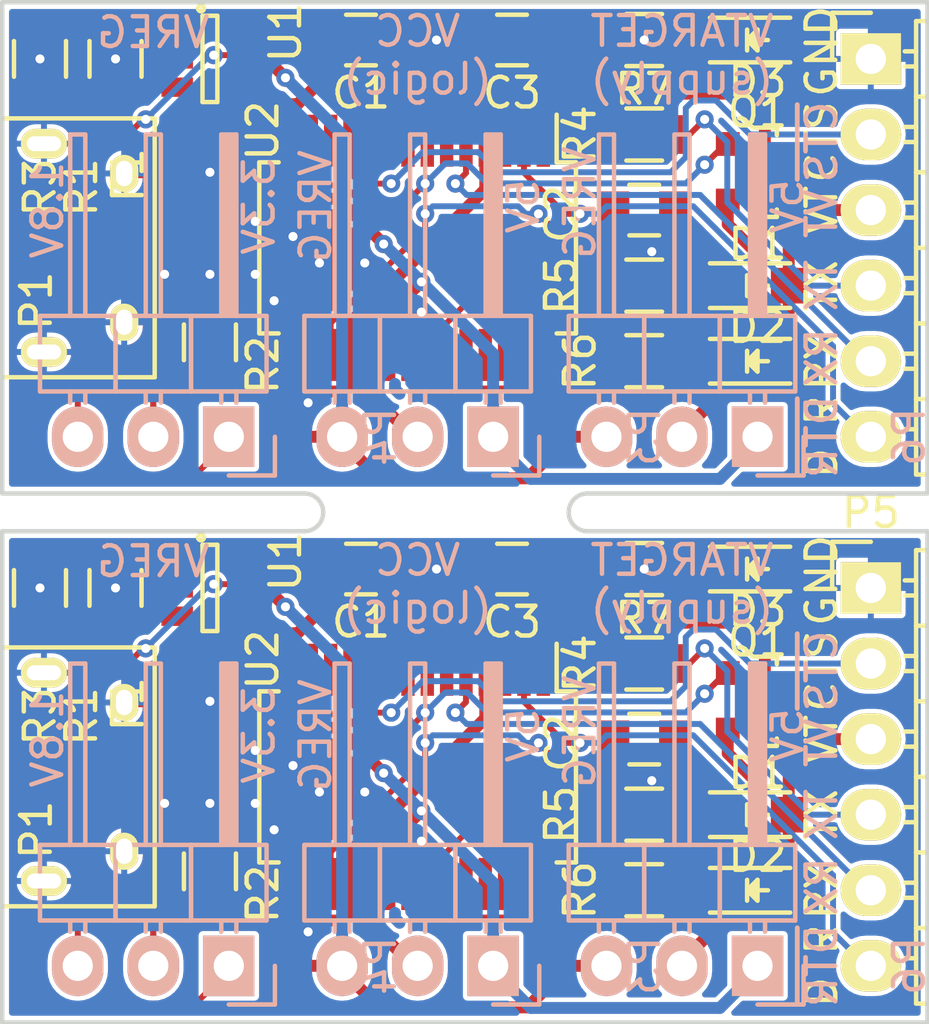
<source format=kicad_pcb>
(kicad_pcb (version 4) (host pcbnew 4.0.0-stable)
  (layers (0 F.Cu signal hide) (31 B.Cu signal hide) (34 B.Paste user hide) (35 F.Paste user hide) (36 B.SilkS user) (37 F.SilkS user) (38 B.Mask user hide) (39 F.Mask user hide) (44 Edge.Cuts user))
  (net 0 "")
  (net 1 +5V)
  (net 2 GND)
  (net 3 VCC)
  (net 4 "Net-(D1-Pad1)")
  (net 5 "Net-(D2-Pad1)")
  (net 6 /USB_VBUS)
  (net 7 /USB_D-)
  (net 8 /USB_D+)
  (net 9 /VREG)
  (net 10 /FB_3V3)
  (net 11 /FB_SEL)
  (net 12 /FB_1V8)
  (net 13 /VTARGET)
  (net 14 /TXD)
  (net 15 "Net-(C2-Pad1)")
  (net 16 /~CTS)
  (net 17 /RXD)
  (net 18 /~DTR)
  (net 19 /~POWER)
  (net 20 /TXD_R)
  (net 21 /~TXLED)
  (net 22 /~RXLED)
  (net 23 /VTARGET_Q)
  (net 24 "Net-(D3-Pad1)")
  (module Pin_Headers:Pin_Header_Angled_1x06 (layer F.Cu) (at 187.96 73.66)
    (fp_text reference P5 (at 0 -2.54) (layer F.SilkS))
    (fp_text value CONN_01X06)
    (pad 1 thru_hole rect (at 0 0) (size 2.032 1.7272) (drill 1.016) (layers *.Cu *.Mask F.SilkS) (net 2 GND))
    (pad 2 thru_hole oval (at 0 2.54) (size 2.032 1.7272) (drill 1.016) (layers *.Cu *.Mask F.SilkS) (net 16 /~CTS))
    (pad 3 thru_hole oval (at 0 5.08) (size 2.032 1.7272) (drill 1.016) (layers *.Cu *.Mask F.SilkS) (net 13 /VTARGET))
    (pad 4 thru_hole oval (at 0 7.62) (size 2.032 1.7272) (drill 1.016) (layers *.Cu *.Mask F.SilkS) (net 14 /TXD))
    (pad 5 thru_hole oval (at 0 10.16) (size 2.032 1.7272) (drill 1.016) (layers *.Cu *.Mask F.SilkS) (net 17 /RXD))
    (pad 6 thru_hole oval (at 0 12.7) (size 2.032 1.7272) (drill 1.016) (layers *.Cu *.Mask F.SilkS) (net 18 /~DTR))
  )
  (module Pin_Headers:Pin_Header_Angled_1x03 (layer B.Cu) (at 184.15 86.36 90)
    (fp_text reference P6 (at 0 5.1 90) (layer B.SilkS) (effects (justify mirror)))
    (fp_text value CONN_01X03)
    (pad 1 thru_hole rect (at 0 0 90) (size 2.032 1.7272) (drill 1.016) (layers *.Cu *.Mask B.SilkS) (net 1 +5V))
    (pad 2 thru_hole oval (at 0 -2.54 90) (size 2.032 1.7272) (drill 1.016) (layers *.Cu *.Mask B.SilkS) (net 23 /VTARGET_Q))
    (pad 3 thru_hole oval (at 0 -5.08 90) (size 2.032 1.7272) (drill 1.016) (layers *.Cu *.Mask B.SilkS) (net 9 /VREG))
  )
  (module Pin_Headers:Pin_Header_Angled_1x03 (layer B.Cu) (at 175.26 86.36 90)
    (fp_text reference P3 (at 0 5.1 90) (layer B.SilkS) (effects (justify mirror)))
    (fp_text value CONN_01X03)
    (pad 1 thru_hole rect (at 0 0 90) (size 2.032 1.7272) (drill 1.016) (layers *.Cu *.Mask B.SilkS) (net 1 +5V))
    (pad 2 thru_hole oval (at 0 -2.54 90) (size 2.032 1.7272) (drill 1.016) (layers *.Cu *.Mask B.SilkS) (net 3 VCC))
    (pad 3 thru_hole oval (at 0 -5.08 90) (size 2.032 1.7272) (drill 1.016) (layers *.Cu *.Mask B.SilkS) (net 9 /VREG))
  )
  (module Pin_Headers:Pin_Header_Angled_1x03 (layer B.Cu) (at 166.37 86.36 90)
    (fp_text reference P4 (at 0 5.1 90) (layer B.SilkS) (effects (justify mirror)))
    (fp_text value CONN_01X03)
    (pad 1 thru_hole rect (at 0 0 90) (size 2.032 1.7272) (drill 1.016) (layers *.Cu *.Mask B.SilkS) (net 10 /FB_3V3))
    (pad 2 thru_hole oval (at 0 -2.54 90) (size 2.032 1.7272) (drill 1.016) (layers *.Cu *.Mask B.SilkS) (net 11 /FB_SEL))
    (pad 3 thru_hole oval (at 0 -5.08 90) (size 2.032 1.7272) (drill 1.016) (layers *.Cu *.Mask B.SilkS) (net 12 /FB_1V8))
  )
  (module LEDs:LED-0805 (layer F.Cu) (at 184.15 73.025)
    (fp_text reference D3 (at 0 1.397) (layer F.SilkS))
    (fp_text value PWR)
    (pad 2 smd rect (at 1.04902 0 180) (size 1.19888 1.19888) (layers F.Cu F.Paste F.Mask) (net 3 VCC))
    (pad 1 smd rect (at -1.04902 0 180) (size 1.19888 1.19888) (layers F.Cu F.Paste F.Mask) (net 24 "Net-(D3-Pad1)"))
  )
  (module TO_SOT_Packages_SMD:SOT-23 (layer F.Cu) (at 184.15 77.47 270)
    (fp_text reference Q1 (at -2.032 0 360) (layer F.SilkS))
    (fp_text value Q_PMOS_GSD)
    (pad 1 smd rect (at -0.95 1.00076 270) (size 0.8001 0.8001) (layers F.Cu F.Paste F.Mask) (net 19 /~POWER))
    (pad 2 smd rect (at 0.95 1.00076 270) (size 0.8001 0.8001) (layers F.Cu F.Paste F.Mask) (net 23 /VTARGET_Q))
    (pad 3 smd rect (at 0 -0.99822 270) (size 0.8001 0.8001) (layers F.Cu F.Paste F.Mask) (net 13 /VTARGET))
  )
  (module LEDs:LED-0805 (layer F.Cu) (at 184.15 83.82)
    (fp_text reference D2 (at 0 -1.143) (layer F.SilkS))
    (fp_text value RX)
    (pad 2 smd rect (at 1.04902 0 180) (size 1.19888 1.19888) (layers F.Cu F.Paste F.Mask) (net 3 VCC))
    (pad 1 smd rect (at -1.04902 0 180) (size 1.19888 1.19888) (layers F.Cu F.Paste F.Mask) (net 5 "Net-(D2-Pad1)"))
  )
  (module LEDs:LED-0805 (layer F.Cu) (at 184.15 81.28)
    (fp_text reference D1 (at 0 -1.397) (layer F.SilkS))
    (fp_text value TX)
    (pad 2 smd rect (at 1.04902 0 180) (size 1.19888 1.19888) (layers F.Cu F.Paste F.Mask) (net 3 VCC))
    (pad 1 smd rect (at -1.04902 0 180) (size 1.19888 1.19888) (layers F.Cu F.Paste F.Mask) (net 4 "Net-(D1-Pad1)"))
  )
  (module Capacitors_SMD:C_0805 (layer F.Cu) (at 175.895 73.025 180)
    (fp_text reference C3 (at 0 -1.778 180) (layer F.SilkS))
    (fp_text value 1uF)
    (pad 1 smd rect (at -1 0 180) (size 1 1.25) (layers F.Cu F.Paste F.Mask) (net 3 VCC))
    (pad 2 smd rect (at 1 0 180) (size 1 1.25) (layers F.Cu F.Paste F.Mask) (net 2 GND))
  )
  (module Housings_SSOP:SSOP-28_5.3x10.2mm_Pitch0.65mm (layer F.Cu) (at 172.72 80.01 270)
    (fp_text reference U2 (at -3.937 5.207 270) (layer F.SilkS))
    (fp_text value CY7C65213-SSOP)
    (pad 1 smd rect (at -3.6 -4.225 270) (size 1.75 0.45) (layers F.Cu F.Paste F.Mask) (net 20 /TXD_R))
    (pad 2 smd rect (at -3.6 -3.575 270) (size 1.75 0.45) (layers F.Cu F.Paste F.Mask) (net 18 /~DTR))
    (pad 3 smd rect (at -3.6 -2.925 270) (size 1.75 0.45) (layers F.Cu F.Paste F.Mask))
    (pad 4 smd rect (at -3.6 -2.275 270) (size 1.75 0.45) (layers F.Cu F.Paste F.Mask) (net 3 VCC))
    (pad 5 smd rect (at -3.6 -1.625 270) (size 1.75 0.45) (layers F.Cu F.Paste F.Mask) (net 17 /RXD))
    (pad 6 smd rect (at -3.6 -0.975 270) (size 1.75 0.45) (layers F.Cu F.Paste F.Mask))
    (pad 7 smd rect (at -3.6 -0.325 270) (size 1.75 0.45) (layers F.Cu F.Paste F.Mask) (net 2 GND))
    (pad 8 smd rect (at -3.6 0.325 270) (size 1.75 0.45) (layers F.Cu F.Paste F.Mask))
    (pad 9 smd rect (at -3.6 0.975 270) (size 1.75 0.45) (layers F.Cu F.Paste F.Mask))
    (pad 10 smd rect (at -3.6 1.625 270) (size 1.75 0.45) (layers F.Cu F.Paste F.Mask))
    (pad 11 smd rect (at -3.6 2.275 270) (size 1.75 0.45) (layers F.Cu F.Paste F.Mask) (net 16 /~CTS))
    (pad 12 smd rect (at -3.6 2.925 270) (size 1.75 0.45) (layers F.Cu F.Paste F.Mask))
    (pad 13 smd rect (at -3.6 3.575 270) (size 1.75 0.45) (layers F.Cu F.Paste F.Mask))
    (pad 14 smd rect (at -3.6 4.225 270) (size 1.75 0.45) (layers F.Cu F.Paste F.Mask) (net 19 /~POWER))
    (pad 15 smd rect (at 3.6 4.225 270) (size 1.75 0.45) (layers F.Cu F.Paste F.Mask) (net 8 /USB_D+))
    (pad 16 smd rect (at 3.6 3.575 270) (size 1.75 0.45) (layers F.Cu F.Paste F.Mask) (net 7 /USB_D-))
    (pad 17 smd rect (at 3.6 2.925 270) (size 1.75 0.45) (layers F.Cu F.Paste F.Mask) (net 15 "Net-(C2-Pad1)"))
    (pad 18 smd rect (at 3.6 2.275 270) (size 1.75 0.45) (layers F.Cu F.Paste F.Mask) (net 2 GND))
    (pad 19 smd rect (at 3.6 1.625 270) (size 1.75 0.45) (layers F.Cu F.Paste F.Mask) (net 3 VCC))
    (pad 20 smd rect (at 3.6 0.975 270) (size 1.75 0.45) (layers F.Cu F.Paste F.Mask) (net 1 +5V))
    (pad 21 smd rect (at 3.6 0.325 270) (size 1.75 0.45) (layers F.Cu F.Paste F.Mask) (net 2 GND))
    (pad 22 smd rect (at 3.6 -0.325 270) (size 1.75 0.45) (layers F.Cu F.Paste F.Mask) (net 22 /~RXLED))
    (pad 23 smd rect (at 3.6 -0.975 270) (size 1.75 0.45) (layers F.Cu F.Paste F.Mask) (net 21 /~TXLED))
    (pad 24 smd rect (at 3.6 -1.625 270) (size 1.75 0.45) (layers F.Cu F.Paste F.Mask))
    (pad 25 smd rect (at 3.6 -2.275 270) (size 1.75 0.45) (layers F.Cu F.Paste F.Mask))
    (pad 26 smd rect (at 3.6 -2.925 270) (size 1.75 0.45) (layers F.Cu F.Paste F.Mask))
    (pad 27 smd rect (at 3.6 -3.575 270) (size 1.75 0.45) (layers F.Cu F.Paste F.Mask))
    (pad 28 smd rect (at 3.6 -4.225 270) (size 1.75 0.45) (layers F.Cu F.Paste F.Mask))
  )
  (module Resistors_SMD:R_0805 (layer F.Cu) (at 180.34 73.025)
    (fp_text reference R7 (at 0 1.651) (layer F.SilkS))
    (fp_text value 220)
    (pad 1 smd rect (at -0.95 0) (size 0.7 1.3) (layers F.Cu F.Paste F.Mask) (net 2 GND))
    (pad 2 smd rect (at 0.95 0) (size 0.7 1.3) (layers F.Cu F.Paste F.Mask) (net 24 "Net-(D3-Pad1)"))
  )
  (module Resistors_SMD:R_0805 (layer F.Cu) (at 180.34 83.82)
    (fp_text reference R6 (at -2.159 0 90) (layer F.SilkS))
    (fp_text value 220)
    (pad 1 smd rect (at -0.95 0) (size 0.7 1.3) (layers F.Cu F.Paste F.Mask) (net 22 /~RXLED))
    (pad 2 smd rect (at 0.95 0) (size 0.7 1.3) (layers F.Cu F.Paste F.Mask) (net 5 "Net-(D2-Pad1)"))
  )
  (module Resistors_SMD:R_0805 (layer F.Cu) (at 180.34 76.2)
    (fp_text reference R4 (at -2.159 0 90) (layer F.SilkS))
    (fp_text value 10)
    (pad 1 smd rect (at -0.95 0) (size 0.7 1.3) (layers F.Cu F.Paste F.Mask) (net 20 /TXD_R))
    (pad 2 smd rect (at 0.95 0) (size 0.7 1.3) (layers F.Cu F.Paste F.Mask) (net 14 /TXD))
  )
  (module Resistors_SMD:R_0805 (layer F.Cu) (at 180.34 81.28)
    (fp_text reference R5 (at -2.794 0 90) (layer F.SilkS))
    (fp_text value 220)
    (pad 1 smd rect (at -0.95 0) (size 0.7 1.3) (layers F.Cu F.Paste F.Mask) (net 21 /~TXLED))
    (pad 2 smd rect (at 0.95 0) (size 0.7 1.3) (layers F.Cu F.Paste F.Mask) (net 4 "Net-(D1-Pad1)"))
  )
  (module Capacitors_SMD:C_0805 (layer F.Cu) (at 180.34 78.74)
    (fp_text reference C2 (at -2.794 0.127 90) (layer F.SilkS))
    (fp_text value 1uF)
    (pad 1 smd rect (at -1 0) (size 1 1.25) (layers F.Cu F.Paste F.Mask) (net 15 "Net-(C2-Pad1)"))
    (pad 2 smd rect (at 1 0) (size 1 1.25) (layers F.Cu F.Paste F.Mask) (net 2 GND))
  )
  (module Capacitors_SMD:C_0805 (layer F.Cu) (at 170.815 73.025)
    (fp_text reference C1 (at 0 1.778) (layer F.SilkS))
    (fp_text value 1uF)
    (pad 1 smd rect (at -1 0) (size 1 1.25) (layers F.Cu F.Paste F.Mask) (net 1 +5V))
    (pad 2 smd rect (at 1 0) (size 1 1.25) (layers F.Cu F.Paste F.Mask) (net 2 GND))
  )
  (module TO_SOT_Packages_SMD:SOT-23-5 (layer F.Cu) (at 165.735 73.66)
    (fp_text reference U1 (at 2.54 -0.889 90) (layer F.SilkS))
    (fp_text value AP7365_ADJ_SOT-23-5)
    (pad 1 smd rect (at -1.1 -0.95) (size 1.06 0.65) (layers F.Cu F.Paste F.Mask) (net 1 +5V))
    (pad 2 smd rect (at -1.1 0) (size 1.06 0.65) (layers F.Cu F.Paste F.Mask) (net 2 GND))
    (pad 3 smd rect (at -1.1 0.95) (size 1.06 0.65) (layers F.Cu F.Paste F.Mask) (net 1 +5V))
    (pad 4 smd rect (at 1.1 0.95) (size 1.06 0.65) (layers F.Cu F.Paste F.Mask) (net 11 /FB_SEL))
    (pad 5 smd rect (at 1.1 -0.95) (size 1.06 0.65) (layers F.Cu F.Paste F.Mask) (net 9 /VREG))
  )
  (module Resistors_SMD:R_0805 (layer F.Cu) (at 160.02 73.66 90)
    (fp_text reference R3 (at -4.318 0 90) (layer F.SilkS))
    (fp_text value 30k)
    (pad 1 smd rect (at -0.95 0 90) (size 0.7 1.3) (layers F.Cu F.Paste F.Mask) (net 12 /FB_1V8))
    (pad 2 smd rect (at 0.95 0 90) (size 0.7 1.3) (layers F.Cu F.Paste F.Mask) (net 2 GND))
  )
  (module Connect:USB_Micro-B (layer F.Cu) (at 161.29 80.01 270)
    (fp_text reference P1 (at 1.778 1.397 270) (layer F.SilkS))
    (fp_text value USB_OTG)
    (pad 1 smd rect (at -1.3009 -1.56254) (size 1.35 0.4) (layers F.Cu F.Paste F.Mask) (net 6 /USB_VBUS))
    (pad 2 smd rect (at -0.6509 -1.56254) (size 1.35 0.4) (layers F.Cu F.Paste F.Mask) (net 7 /USB_D-))
    (pad 3 smd rect (at -0.0009 -1.56254) (size 1.35 0.4) (layers F.Cu F.Paste F.Mask) (net 8 /USB_D+))
    (pad 4 smd rect (at 0.6491 -1.56254) (size 1.35 0.4) (layers F.Cu F.Paste F.Mask))
    (pad 5 smd rect (at 1.2991 -1.56254) (size 1.35 0.4) (layers F.Cu F.Paste F.Mask) (net 2 GND))
    (pad 6 thru_hole oval (at -2.5009 -1.56254) (size 0.95 1.25) (drill oval 0.55 0.85) (layers *.Cu *.Mask F.SilkS) (net 2 GND))
    (pad 6 thru_hole oval (at 2.4991 -1.56254) (size 0.95 1.25) (drill oval 0.55 0.85) (layers *.Cu *.Mask F.SilkS) (net 2 GND))
    (pad 6 thru_hole oval (at -3.5009 1.13746) (size 1.55 1) (drill oval 1.15 0.5) (layers *.Cu *.Mask F.SilkS) (net 2 GND))
    (pad 6 thru_hole oval (at 3.4991 1.13746) (size 1.55 1) (drill oval 1.15 0.5) (layers *.Cu *.Mask F.SilkS) (net 2 GND))
  )
  (module Fuse_Holders_and_Fuses:Fuse_SMD1206_Reflow (layer F.Cu) (at 165.735 77.47 90)
    (fp_text reference F1 (at -0.09906 -2.75082 90) (layer F.SilkS))
    (fp_text value "500mA, 1206")
    (pad 1 smd rect (at -1.20396 0 180) (size 2.02946 1.14046) (layers F.Cu F.Paste F.Mask) (net 6 /USB_VBUS))
    (pad 2 smd rect (at 1.20396 0 180) (size 2.02946 1.14046) (layers F.Cu F.Paste F.Mask) (net 1 +5V))
  )
  (module Resistors_SMD:R_0805 (layer F.Cu) (at 162.56 73.66 90)
    (fp_text reference R1 (at -4.318 -1.143 90) (layer F.SilkS))
    (fp_text value 75k)
    (pad 1 smd rect (at -0.95 0 90) (size 0.7 1.3) (layers F.Cu F.Paste F.Mask) (net 10 /FB_3V3))
    (pad 2 smd rect (at 0.95 0 90) (size 0.7 1.3) (layers F.Cu F.Paste F.Mask) (net 2 GND))
  )
  (module Resistors_SMD:R_0805 (layer F.Cu) (at 165.735 83.185 90)
    (fp_text reference R2 (at -0.762 1.778 90) (layer F.SilkS))
    (fp_text value 24k)
    (pad 1 smd rect (at -0.95 0 90) (size 0.7 1.3) (layers F.Cu F.Paste F.Mask) (net 9 /VREG))
    (pad 2 smd rect (at 0.95 0 90) (size 0.7 1.3) (layers F.Cu F.Paste F.Mask) (net 11 /FB_SEL))
  )
  (module Capacitors_SMD:C_0805 (layer F.Cu) (at 180.34 96.52)
    (fp_text reference C2 (at -2.794 0.127 90) (layer F.SilkS))
    (fp_text value 1uF)
    (pad 1 smd rect (at -1 0) (size 1 1.25) (layers F.Cu F.Paste F.Mask) (net 15 "Net-(C2-Pad1)"))
    (pad 2 smd rect (at 1 0) (size 1 1.25) (layers F.Cu F.Paste F.Mask) (net 2 GND))
  )
  (module LEDs:LED-0805 (layer F.Cu) (at 184.15 99.06)
    (fp_text reference D1 (at 0 -1.397) (layer F.SilkS))
    (fp_text value TX)
    (pad 2 smd rect (at 1.04902 0 180) (size 1.19888 1.19888) (layers F.Cu F.Paste F.Mask) (net 3 VCC))
    (pad 1 smd rect (at -1.04902 0 180) (size 1.19888 1.19888) (layers F.Cu F.Paste F.Mask) (net 4 "Net-(D1-Pad1)"))
  )
  (module LEDs:LED-0805 (layer F.Cu) (at 184.15 101.6)
    (fp_text reference D2 (at 0 -1.143) (layer F.SilkS))
    (fp_text value RX)
    (pad 2 smd rect (at 1.04902 0 180) (size 1.19888 1.19888) (layers F.Cu F.Paste F.Mask) (net 3 VCC))
    (pad 1 smd rect (at -1.04902 0 180) (size 1.19888 1.19888) (layers F.Cu F.Paste F.Mask) (net 5 "Net-(D2-Pad1)"))
  )
  (module Fuse_Holders_and_Fuses:Fuse_SMD1206_Reflow (layer F.Cu) (at 165.735 95.25 90)
    (fp_text reference F1 (at -0.09906 -2.75082 90) (layer F.SilkS))
    (fp_text value "500mA, 1206")
    (pad 1 smd rect (at -1.20396 0 180) (size 2.02946 1.14046) (layers F.Cu F.Paste F.Mask) (net 6 /USB_VBUS))
    (pad 2 smd rect (at 1.20396 0 180) (size 2.02946 1.14046) (layers F.Cu F.Paste F.Mask) (net 1 +5V))
  )
  (module Connect:USB_Micro-B (layer F.Cu) (at 161.29 97.79 270)
    (fp_text reference P1 (at 1.778 1.397 270) (layer F.SilkS))
    (fp_text value USB_OTG)
    (pad 1 smd rect (at -1.3009 -1.56254) (size 1.35 0.4) (layers F.Cu F.Paste F.Mask) (net 6 /USB_VBUS))
    (pad 2 smd rect (at -0.6509 -1.56254) (size 1.35 0.4) (layers F.Cu F.Paste F.Mask) (net 7 /USB_D-))
    (pad 3 smd rect (at -0.0009 -1.56254) (size 1.35 0.4) (layers F.Cu F.Paste F.Mask) (net 8 /USB_D+))
    (pad 4 smd rect (at 0.6491 -1.56254) (size 1.35 0.4) (layers F.Cu F.Paste F.Mask))
    (pad 5 smd rect (at 1.2991 -1.56254) (size 1.35 0.4) (layers F.Cu F.Paste F.Mask) (net 2 GND))
    (pad 6 thru_hole oval (at -2.5009 -1.56254) (size 0.95 1.25) (drill oval 0.55 0.85) (layers *.Cu *.Mask F.SilkS) (net 2 GND))
    (pad 6 thru_hole oval (at 2.4991 -1.56254) (size 0.95 1.25) (drill oval 0.55 0.85) (layers *.Cu *.Mask F.SilkS) (net 2 GND))
    (pad 6 thru_hole oval (at -3.5009 1.13746) (size 1.55 1) (drill oval 1.15 0.5) (layers *.Cu *.Mask F.SilkS) (net 2 GND))
    (pad 6 thru_hole oval (at 3.4991 1.13746) (size 1.55 1) (drill oval 1.15 0.5) (layers *.Cu *.Mask F.SilkS) (net 2 GND))
  )
  (module Pin_Headers:Pin_Header_Angled_1x03 (layer B.Cu) (at 175.26 104.14 90)
    (fp_text reference P3 (at 0 5.1 90) (layer B.SilkS) (effects (justify mirror)))
    (fp_text value CONN_01X03)
    (pad 1 thru_hole rect (at 0 0 90) (size 2.032 1.7272) (drill 1.016) (layers *.Cu *.Mask B.SilkS) (net 1 +5V))
    (pad 2 thru_hole oval (at 0 -2.54 90) (size 2.032 1.7272) (drill 1.016) (layers *.Cu *.Mask B.SilkS) (net 3 VCC))
    (pad 3 thru_hole oval (at 0 -5.08 90) (size 2.032 1.7272) (drill 1.016) (layers *.Cu *.Mask B.SilkS) (net 9 /VREG))
  )
  (module Pin_Headers:Pin_Header_Angled_1x03 (layer B.Cu) (at 166.37 104.14 90)
    (fp_text reference P4 (at 0 5.1 90) (layer B.SilkS) (effects (justify mirror)))
    (fp_text value CONN_01X03)
    (pad 1 thru_hole rect (at 0 0 90) (size 2.032 1.7272) (drill 1.016) (layers *.Cu *.Mask B.SilkS) (net 10 /FB_3V3))
    (pad 2 thru_hole oval (at 0 -2.54 90) (size 2.032 1.7272) (drill 1.016) (layers *.Cu *.Mask B.SilkS) (net 11 /FB_SEL))
    (pad 3 thru_hole oval (at 0 -5.08 90) (size 2.032 1.7272) (drill 1.016) (layers *.Cu *.Mask B.SilkS) (net 12 /FB_1V8))
  )
  (module Pin_Headers:Pin_Header_Angled_1x06 (layer F.Cu) (at 187.96 91.44)
    (fp_text reference P5 (at 0 -2.54) (layer F.SilkS))
    (fp_text value CONN_01X06)
    (pad 1 thru_hole rect (at 0 0) (size 2.032 1.7272) (drill 1.016) (layers *.Cu *.Mask F.SilkS) (net 2 GND))
    (pad 2 thru_hole oval (at 0 2.54) (size 2.032 1.7272) (drill 1.016) (layers *.Cu *.Mask F.SilkS) (net 16 /~CTS))
    (pad 3 thru_hole oval (at 0 5.08) (size 2.032 1.7272) (drill 1.016) (layers *.Cu *.Mask F.SilkS) (net 13 /VTARGET))
    (pad 4 thru_hole oval (at 0 7.62) (size 2.032 1.7272) (drill 1.016) (layers *.Cu *.Mask F.SilkS) (net 14 /TXD))
    (pad 5 thru_hole oval (at 0 10.16) (size 2.032 1.7272) (drill 1.016) (layers *.Cu *.Mask F.SilkS) (net 17 /RXD))
    (pad 6 thru_hole oval (at 0 12.7) (size 2.032 1.7272) (drill 1.016) (layers *.Cu *.Mask F.SilkS) (net 18 /~DTR))
  )
  (module Pin_Headers:Pin_Header_Angled_1x03 (layer B.Cu) (at 184.15 104.14 90)
    (fp_text reference P6 (at 0 5.1 90) (layer B.SilkS) (effects (justify mirror)))
    (fp_text value CONN_01X03)
    (pad 1 thru_hole rect (at 0 0 90) (size 2.032 1.7272) (drill 1.016) (layers *.Cu *.Mask B.SilkS) (net 1 +5V))
    (pad 2 thru_hole oval (at 0 -2.54 90) (size 2.032 1.7272) (drill 1.016) (layers *.Cu *.Mask B.SilkS) (net 23 /VTARGET_Q))
    (pad 3 thru_hole oval (at 0 -5.08 90) (size 2.032 1.7272) (drill 1.016) (layers *.Cu *.Mask B.SilkS) (net 9 /VREG))
  )
  (module TO_SOT_Packages_SMD:SOT-23 (layer F.Cu) (at 184.15 95.25 270)
    (fp_text reference Q1 (at -2.032 0 360) (layer F.SilkS))
    (fp_text value Q_PMOS_GSD)
    (pad 1 smd rect (at -0.95 1.00076 270) (size 0.8001 0.8001) (layers F.Cu F.Paste F.Mask) (net 19 /~POWER))
    (pad 2 smd rect (at 0.95 1.00076 270) (size 0.8001 0.8001) (layers F.Cu F.Paste F.Mask) (net 23 /VTARGET_Q))
    (pad 3 smd rect (at 0 -0.99822 270) (size 0.8001 0.8001) (layers F.Cu F.Paste F.Mask) (net 13 /VTARGET))
  )
  (module Resistors_SMD:R_0805 (layer F.Cu) (at 162.56 91.44 90)
    (fp_text reference R1 (at -4.318 -1.143 90) (layer F.SilkS))
    (fp_text value 75k)
    (pad 1 smd rect (at -0.95 0 90) (size 0.7 1.3) (layers F.Cu F.Paste F.Mask) (net 10 /FB_3V3))
    (pad 2 smd rect (at 0.95 0 90) (size 0.7 1.3) (layers F.Cu F.Paste F.Mask) (net 2 GND))
  )
  (module Resistors_SMD:R_0805 (layer F.Cu) (at 165.735 100.965 90)
    (fp_text reference R2 (at -0.762 1.778 90) (layer F.SilkS))
    (fp_text value 24k)
    (pad 1 smd rect (at -0.95 0 90) (size 0.7 1.3) (layers F.Cu F.Paste F.Mask) (net 9 /VREG))
    (pad 2 smd rect (at 0.95 0 90) (size 0.7 1.3) (layers F.Cu F.Paste F.Mask) (net 11 /FB_SEL))
  )
  (module Resistors_SMD:R_0805 (layer F.Cu) (at 160.02 91.44 90)
    (fp_text reference R3 (at -4.318 0 90) (layer F.SilkS))
    (fp_text value 30k)
    (pad 1 smd rect (at -0.95 0 90) (size 0.7 1.3) (layers F.Cu F.Paste F.Mask) (net 12 /FB_1V8))
    (pad 2 smd rect (at 0.95 0 90) (size 0.7 1.3) (layers F.Cu F.Paste F.Mask) (net 2 GND))
  )
  (module Resistors_SMD:R_0805 (layer F.Cu) (at 180.34 93.98)
    (fp_text reference R4 (at -2.159 0 90) (layer F.SilkS))
    (fp_text value 10)
    (pad 1 smd rect (at -0.95 0) (size 0.7 1.3) (layers F.Cu F.Paste F.Mask) (net 20 /TXD_R))
    (pad 2 smd rect (at 0.95 0) (size 0.7 1.3) (layers F.Cu F.Paste F.Mask) (net 14 /TXD))
  )
  (module Resistors_SMD:R_0805 (layer F.Cu) (at 180.34 99.06)
    (fp_text reference R5 (at -2.794 0 90) (layer F.SilkS))
    (fp_text value 220)
    (pad 1 smd rect (at -0.95 0) (size 0.7 1.3) (layers F.Cu F.Paste F.Mask) (net 21 /~TXLED))
    (pad 2 smd rect (at 0.95 0) (size 0.7 1.3) (layers F.Cu F.Paste F.Mask) (net 4 "Net-(D1-Pad1)"))
  )
  (module Resistors_SMD:R_0805 (layer F.Cu) (at 180.34 101.6)
    (fp_text reference R6 (at -2.159 0 90) (layer F.SilkS))
    (fp_text value 220)
    (pad 1 smd rect (at -0.95 0) (size 0.7 1.3) (layers F.Cu F.Paste F.Mask) (net 22 /~RXLED))
    (pad 2 smd rect (at 0.95 0) (size 0.7 1.3) (layers F.Cu F.Paste F.Mask) (net 5 "Net-(D2-Pad1)"))
  )
  (module TO_SOT_Packages_SMD:SOT-23-5 (layer F.Cu) (at 165.735 91.44)
    (fp_text reference U1 (at 2.54 -0.889 90) (layer F.SilkS))
    (fp_text value AP7365_ADJ_SOT-23-5)
    (pad 1 smd rect (at -1.1 -0.95) (size 1.06 0.65) (layers F.Cu F.Paste F.Mask) (net 1 +5V))
    (pad 2 smd rect (at -1.1 0) (size 1.06 0.65) (layers F.Cu F.Paste F.Mask) (net 2 GND))
    (pad 3 smd rect (at -1.1 0.95) (size 1.06 0.65) (layers F.Cu F.Paste F.Mask) (net 1 +5V))
    (pad 4 smd rect (at 1.1 0.95) (size 1.06 0.65) (layers F.Cu F.Paste F.Mask) (net 11 /FB_SEL))
    (pad 5 smd rect (at 1.1 -0.95) (size 1.06 0.65) (layers F.Cu F.Paste F.Mask) (net 9 /VREG))
  )
  (module Housings_SSOP:SSOP-28_5.3x10.2mm_Pitch0.65mm (layer F.Cu) (at 172.72 97.79 270)
    (fp_text reference U2 (at -3.937 5.207 270) (layer F.SilkS))
    (fp_text value CY7C65213-SSOP)
    (pad 1 smd rect (at -3.6 -4.225 270) (size 1.75 0.45) (layers F.Cu F.Paste F.Mask) (net 20 /TXD_R))
    (pad 2 smd rect (at -3.6 -3.575 270) (size 1.75 0.45) (layers F.Cu F.Paste F.Mask) (net 18 /~DTR))
    (pad 3 smd rect (at -3.6 -2.925 270) (size 1.75 0.45) (layers F.Cu F.Paste F.Mask))
    (pad 4 smd rect (at -3.6 -2.275 270) (size 1.75 0.45) (layers F.Cu F.Paste F.Mask) (net 3 VCC))
    (pad 5 smd rect (at -3.6 -1.625 270) (size 1.75 0.45) (layers F.Cu F.Paste F.Mask) (net 17 /RXD))
    (pad 6 smd rect (at -3.6 -0.975 270) (size 1.75 0.45) (layers F.Cu F.Paste F.Mask))
    (pad 7 smd rect (at -3.6 -0.325 270) (size 1.75 0.45) (layers F.Cu F.Paste F.Mask) (net 2 GND))
    (pad 8 smd rect (at -3.6 0.325 270) (size 1.75 0.45) (layers F.Cu F.Paste F.Mask))
    (pad 9 smd rect (at -3.6 0.975 270) (size 1.75 0.45) (layers F.Cu F.Paste F.Mask))
    (pad 10 smd rect (at -3.6 1.625 270) (size 1.75 0.45) (layers F.Cu F.Paste F.Mask))
    (pad 11 smd rect (at -3.6 2.275 270) (size 1.75 0.45) (layers F.Cu F.Paste F.Mask) (net 16 /~CTS))
    (pad 12 smd rect (at -3.6 2.925 270) (size 1.75 0.45) (layers F.Cu F.Paste F.Mask))
    (pad 13 smd rect (at -3.6 3.575 270) (size 1.75 0.45) (layers F.Cu F.Paste F.Mask))
    (pad 14 smd rect (at -3.6 4.225 270) (size 1.75 0.45) (layers F.Cu F.Paste F.Mask) (net 19 /~POWER))
    (pad 15 smd rect (at 3.6 4.225 270) (size 1.75 0.45) (layers F.Cu F.Paste F.Mask) (net 8 /USB_D+))
    (pad 16 smd rect (at 3.6 3.575 270) (size 1.75 0.45) (layers F.Cu F.Paste F.Mask) (net 7 /USB_D-))
    (pad 17 smd rect (at 3.6 2.925 270) (size 1.75 0.45) (layers F.Cu F.Paste F.Mask) (net 15 "Net-(C2-Pad1)"))
    (pad 18 smd rect (at 3.6 2.275 270) (size 1.75 0.45) (layers F.Cu F.Paste F.Mask) (net 2 GND))
    (pad 19 smd rect (at 3.6 1.625 270) (size 1.75 0.45) (layers F.Cu F.Paste F.Mask) (net 3 VCC))
    (pad 20 smd rect (at 3.6 0.975 270) (size 1.75 0.45) (layers F.Cu F.Paste F.Mask) (net 1 +5V))
    (pad 21 smd rect (at 3.6 0.325 270) (size 1.75 0.45) (layers F.Cu F.Paste F.Mask) (net 2 GND))
    (pad 22 smd rect (at 3.6 -0.325 270) (size 1.75 0.45) (layers F.Cu F.Paste F.Mask) (net 22 /~RXLED))
    (pad 23 smd rect (at 3.6 -0.975 270) (size 1.75 0.45) (layers F.Cu F.Paste F.Mask) (net 21 /~TXLED))
    (pad 24 smd rect (at 3.6 -1.625 270) (size 1.75 0.45) (layers F.Cu F.Paste F.Mask))
    (pad 25 smd rect (at 3.6 -2.275 270) (size 1.75 0.45) (layers F.Cu F.Paste F.Mask))
    (pad 26 smd rect (at 3.6 -2.925 270) (size 1.75 0.45) (layers F.Cu F.Paste F.Mask))
    (pad 27 smd rect (at 3.6 -3.575 270) (size 1.75 0.45) (layers F.Cu F.Paste F.Mask))
    (pad 28 smd rect (at 3.6 -4.225 270) (size 1.75 0.45) (layers F.Cu F.Paste F.Mask))
  )
  (module Capacitors_SMD:C_0805 (layer F.Cu) (at 170.815 90.805)
    (fp_text reference C1 (at 0 1.778) (layer F.SilkS))
    (fp_text value 1uF)
    (pad 1 smd rect (at -1 0) (size 1 1.25) (layers F.Cu F.Paste F.Mask) (net 1 +5V))
    (pad 2 smd rect (at 1 0) (size 1 1.25) (layers F.Cu F.Paste F.Mask) (net 2 GND))
  )
  (module LEDs:LED-0805 (layer F.Cu) (at 184.15 90.805)
    (fp_text reference D3 (at 0 1.397) (layer F.SilkS))
    (fp_text value PWR)
    (pad 2 smd rect (at 1.04902 0 180) (size 1.19888 1.19888) (layers F.Cu F.Paste F.Mask) (net 3 VCC))
    (pad 1 smd rect (at -1.04902 0 180) (size 1.19888 1.19888) (layers F.Cu F.Paste F.Mask) (net 24 "Net-(D3-Pad1)"))
  )
  (module Resistors_SMD:R_0805 (layer F.Cu) (at 180.34 90.805)
    (fp_text reference R7 (at 0 1.651) (layer F.SilkS))
    (fp_text value 220)
    (pad 1 smd rect (at -0.95 0) (size 0.7 1.3) (layers F.Cu F.Paste F.Mask) (net 2 GND))
    (pad 2 smd rect (at 0.95 0) (size 0.7 1.3) (layers F.Cu F.Paste F.Mask) (net 24 "Net-(D3-Pad1)"))
  )
  (module Capacitors_SMD:C_0805 (layer F.Cu) (at 175.895 90.805 180)
    (fp_text reference C3 (at 0 -1.778 180) (layer F.SilkS))
    (fp_text value 1uF)
    (pad 1 smd rect (at -1 0 180) (size 1 1.25) (layers F.Cu F.Paste F.Mask) (net 3 VCC))
    (pad 2 smd rect (at 1 0 180) (size 1 1.25) (layers F.Cu F.Paste F.Mask) (net 2 GND))
  )
  (module uart-friend-special:perforation-8mm (layer F.Cu) (at 170.18 89.535)
    (fp_text reference REF** hide)
    (fp_text value perforation-8mm hide)
    (pad "" np_thru_hole circle (at 0 -0.1524) (size 0.3048 0.3048) (drill 0.3048) (layers *.Cu))
    (pad "" np_thru_hole circle (at 0.635 -0.1524) (size 0.3048 0.3048) (drill 0.3048) (layers *.Cu))
    (pad "" np_thru_hole circle (at 1.27 -0.1524) (size 0.3048 0.3048) (drill 0.3048) (layers *.Cu))
    (pad "" np_thru_hole circle (at 1.905 -0.1524) (size 0.3048 0.3048) (drill 0.3048) (layers *.Cu))
    (pad "" np_thru_hole circle (at 2.54 -0.1524) (size 0.3048 0.3048) (drill 0.3048) (layers *.Cu))
    (pad "" np_thru_hole circle (at 3.175 -0.1524) (size 0.3048 0.3048) (drill 0.3048) (layers *.Cu))
    (pad "" np_thru_hole circle (at 3.81 -0.1524) (size 0.3048 0.3048) (drill 0.3048) (layers *.Cu))
    (pad "" np_thru_hole circle (at 4.445 -0.1524) (size 0.3048 0.3048) (drill 0.3048) (layers *.Cu))
    (pad "" np_thru_hole circle (at 5.08 -0.1524) (size 0.3048 0.3048) (drill 0.3048) (layers *.Cu))
    (pad "" np_thru_hole circle (at 5.715 -0.1524) (size 0.3048 0.3048) (drill 0.3048) (layers *.Cu))
    (pad "" np_thru_hole circle (at 6.35 -0.1524) (size 0.3048 0.3048) (drill 0.3048) (layers *.Cu))
    (pad "" np_thru_hole circle (at 6.985 -0.1524) (size 0.3048 0.3048) (drill 0.3048) (layers *.Cu))
  )
  (module uart-friend-special:perforation-8mm (layer F.Cu) (at 177.165 88.265 180)
    (fp_text reference REF** hide)
    (fp_text value perforation-8mm hide)
    (pad "" np_thru_hole circle (at 0 -0.1524 180) (size 0.3048 0.3048) (drill 0.3048) (layers *.Cu))
    (pad "" np_thru_hole circle (at 0.635 -0.1524 180) (size 0.3048 0.3048) (drill 0.3048) (layers *.Cu))
    (pad "" np_thru_hole circle (at 1.27 -0.1524 180) (size 0.3048 0.3048) (drill 0.3048) (layers *.Cu))
    (pad "" np_thru_hole circle (at 1.905 -0.1524 180) (size 0.3048 0.3048) (drill 0.3048) (layers *.Cu))
    (pad "" np_thru_hole circle (at 2.54 -0.1524 180) (size 0.3048 0.3048) (drill 0.3048) (layers *.Cu))
    (pad "" np_thru_hole circle (at 3.175 -0.1524 180) (size 0.3048 0.3048) (drill 0.3048) (layers *.Cu))
    (pad "" np_thru_hole circle (at 3.81 -0.1524 180) (size 0.3048 0.3048) (drill 0.3048) (layers *.Cu))
    (pad "" np_thru_hole circle (at 4.445 -0.1524 180) (size 0.3048 0.3048) (drill 0.3048) (layers *.Cu))
    (pad "" np_thru_hole circle (at 5.08 -0.1524 180) (size 0.3048 0.3048) (drill 0.3048) (layers *.Cu))
    (pad "" np_thru_hole circle (at 5.715 -0.1524 180) (size 0.3048 0.3048) (drill 0.3048) (layers *.Cu))
    (pad "" np_thru_hole circle (at 6.35 -0.1524 180) (size 0.3048 0.3048) (drill 0.3048) (layers *.Cu))
    (pad "" np_thru_hole circle (at 6.985 -0.1524 180) (size 0.3048 0.3048) (drill 0.3048) (layers *.Cu))
  )
  (gr_line (start 158.75 88.265) (end 168.91 88.265) (layer Edge.Cuts) (width 0.15))
  (gr_line (start 168.91 89.535) (end 158.75 89.535) (layer Edge.Cuts) (width 0.15))
  (gr_line (start 189.865 89.535) (end 178.435 89.535) (layer Edge.Cuts) (width 0.15))
  (gr_line (start 178.435 88.265) (end 189.865 88.265) (layer Edge.Cuts) (width 0.15))
  (gr_arc (start 178.435 88.9) (end 178.435 89.535) (angle 180) (layer Edge.Cuts) (width 0.15))
  (gr_arc (start 168.91 88.9) (end 168.91 88.265) (angle 180) (layer Edge.Cuts) (width 0.15))
  (gr_text "VCC\n(logic)" (at 172.72 73.533) (layer B.SilkS) (effects (font (size 1 1)) (justify mirror)))
  (gr_text "VREG\n" (at 163.83 72.771) (layer B.SilkS) (effects (font (size 1 1)) (justify mirror)))
  (gr_text VREG (at 169.291 78.613 90) (layer B.SilkS) (effects (font (size 1 1)) (justify mirror)))
  (gr_text 3.3V (at 167.386 78.613 90) (layer B.SilkS) (effects (font (size 1 1)) (justify mirror)))
  (gr_text 1.8V (at 160.274 78.74 90) (layer B.SilkS) (effects (font (size 1 1)) (justify mirror)))
  (gr_text VREG (at 178.181 78.486 90) (layer B.SilkS) (effects (font (size 1 1)) (justify mirror)))
  (gr_text 5V (at 176.276 78.613 90) (layer B.SilkS) (effects (font (size 1 1)) (justify mirror)))
  (gr_text "VTARGET\n(supply)" (at 181.61 73.533) (layer B.SilkS) (effects (font (size 1 1)) (justify mirror)))
  (gr_text ~DTR (at 186.309 86.36 90) (layer B.SilkS) (effects (font (size 1 1)) (justify mirror)))
  (gr_text VT (at 186.309 78.867 90) (layer B.SilkS) (effects (font (size 1 1)) (justify mirror)))
  (gr_text ~CTS (at 186.309 76.454 90) (layer B.SilkS) (effects (font (size 1 1)) (justify mirror)))
  (gr_text 5V (at 185.166 78.613 90) (layer B.SilkS) (effects (font (size 1 1)) (justify mirror)))
  (gr_text TX (at 186.309 81.28 90) (layer B.SilkS) (effects (font (size 1 1)) (justify mirror)))
  (gr_text RX (at 186.309 83.693 90) (layer B.SilkS) (effects (font (size 1 1)) (justify mirror)))
  (gr_line (start 189.865 71.755) (end 158.75 71.755) (layer Edge.Cuts) (width 0.15))
  (gr_line (start 189.865 88.265) (end 189.865 71.755) (layer Edge.Cuts) (width 0.15))
  (gr_line (start 158.75 71.755) (end 158.75 88.265) (layer Edge.Cuts) (width 0.15))
  (gr_text GND (at 186.309 73.406 90) (layer F.SilkS) (effects (font (size 1 1))))
  (gr_text ~CTS (at 186.309 76.454 90) (layer F.SilkS) (effects (font (size 1 1))))
  (gr_text VT (at 186.309 78.74 90) (layer F.SilkS) (effects (font (size 1 1))))
  (gr_text ~DTR (at 186.309 86.36 90) (layer F.SilkS) (effects (font (size 1 1))))
  (gr_text TX (at 186.309 81.28 90) (layer F.SilkS) (effects (font (size 1 1))))
  (gr_text RX (at 186.309 83.82 90) (layer F.SilkS) (effects (font (size 1 1))))
  (gr_text ~CTS (at 186.309 94.234 90) (layer B.SilkS) (effects (font (size 1 1)) (justify mirror)))
  (gr_text VT (at 186.309 96.647 90) (layer B.SilkS) (effects (font (size 1 1)) (justify mirror)))
  (gr_text TX (at 186.309 99.06 90) (layer B.SilkS) (effects (font (size 1 1)) (justify mirror)))
  (gr_text RX (at 186.309 101.473 90) (layer B.SilkS) (effects (font (size 1 1)) (justify mirror)))
  (gr_text ~DTR (at 186.309 104.14 90) (layer B.SilkS) (effects (font (size 1 1)) (justify mirror)))
  (gr_text 5V (at 185.166 96.393 90) (layer B.SilkS) (effects (font (size 1 1)) (justify mirror)))
  (gr_text VREG (at 178.181 96.266 90) (layer B.SilkS) (effects (font (size 1 1)) (justify mirror)))
  (gr_text 5V (at 176.276 96.393 90) (layer B.SilkS) (effects (font (size 1 1)) (justify mirror)))
  (gr_text VREG (at 169.291 96.393 90) (layer B.SilkS) (effects (font (size 1 1)) (justify mirror)))
  (gr_text 3.3V (at 167.386 96.393 90) (layer B.SilkS) (effects (font (size 1 1)) (justify mirror)))
  (gr_text 1.8V (at 160.274 96.52 90) (layer B.SilkS) (effects (font (size 1 1)) (justify mirror)))
  (gr_text "VREG\n" (at 163.83 90.551) (layer B.SilkS) (effects (font (size 1 1)) (justify mirror)))
  (gr_text "VCC\n(logic)" (at 172.72 91.313) (layer B.SilkS) (effects (font (size 1 1)) (justify mirror)))
  (gr_text "VTARGET\n(supply)" (at 181.61 91.313) (layer B.SilkS) (effects (font (size 1 1)) (justify mirror)))
  (gr_text ~DTR (at 186.309 104.14 90) (layer F.SilkS) (effects (font (size 1 1))))
  (gr_text RX (at 186.309 101.6 90) (layer F.SilkS) (effects (font (size 1 1))))
  (gr_text TX (at 186.309 99.06 90) (layer F.SilkS) (effects (font (size 1 1))))
  (gr_text VT (at 186.309 96.52 90) (layer F.SilkS) (effects (font (size 1 1))))
  (gr_text ~CTS (at 186.309 94.234 90) (layer F.SilkS) (effects (font (size 1 1))))
  (gr_text GND (at 186.309 91.186 90) (layer F.SilkS) (effects (font (size 1 1))))
  (gr_line (start 189.865 106.045) (end 189.865 89.535) (layer Edge.Cuts) (width 0.15))
  (gr_line (start 158.75 106.045) (end 189.865 106.045) (layer Edge.Cuts) (width 0.15))
  (gr_line (start 158.75 89.535) (end 158.75 106.045) (layer Edge.Cuts) (width 0.15))
  (segment (start 171.958 84.762061) (end 171.958 84.582) (width 0.4) (layer B.Cu) (net 0))
  (segment (start 172.110855 84.914916) (end 171.958 84.762061) (width 0.4) (layer B.Cu) (net 0))
  (segment (start 172.110855 102.694916) (end 171.958 102.542061) (width 0.4) (layer B.Cu) (net 0))
  (segment (start 171.958 102.542061) (end 171.958 102.362) (width 0.4) (layer B.Cu) (net 0))
  (segment (start 175.26 83.566) (end 175.26 83.947) (width 0.4) (layer B.Cu) (net 1))
  (segment (start 172.847 81.153) (end 175.26 83.566) (width 0.4) (layer B.Cu) (net 1))
  (segment (start 175.26 83.947) (end 175.26 86.36) (width 0.4) (layer B.Cu) (net 1))
  (segment (start 171.577 79.883) (end 172.847 81.153) (width 0.4) (layer B.Cu) (net 1))
  (segment (start 175.26 86.36) (end 175.26 86.5124) (width 0.4) (layer B.Cu) (net 1))
  (segment (start 184.15 86.5124) (end 184.15 86.36) (width 0.4) (layer B.Cu) (net 1))
  (segment (start 182.8864 87.776) (end 184.15 86.5124) (width 0.4) (layer B.Cu) (net 1))
  (segment (start 176.5236 87.776) (end 182.8864 87.776) (width 0.4) (layer B.Cu) (net 1))
  (segment (start 175.26 86.5124) (end 176.5236 87.776) (width 0.4) (layer B.Cu) (net 1))
  (segment (start 171.745 83.61) (end 171.745 82.255) (width 0.4) (layer F.Cu) (net 1))
  (segment (start 171.745 82.255) (end 172.847 81.153) (width 0.4) (layer F.Cu) (net 1))
  (segment (start 169.672 78.359) (end 168.656 78.359) (width 0.4) (layer F.Cu) (net 1))
  (segment (start 168.656 78.359) (end 167.894 77.597) (width 0.4) (layer F.Cu) (net 1))
  (segment (start 168.682401 75.182599) (end 167.988079 75.182599) (width 0.4) (layer F.Cu) (net 1))
  (segment (start 165.735 75.71) (end 164.635 74.61) (width 0.4) (layer F.Cu) (net 1))
  (segment (start 165.735 76.26604) (end 165.735 75.71) (width 0.4) (layer F.Cu) (net 1))
  (segment (start 167.988079 75.182599) (end 166.904638 76.26604) (width 0.4) (layer F.Cu) (net 1))
  (segment (start 167.894 77.597) (end 167.894 77.255402) (width 0.4) (layer F.Cu) (net 1))
  (segment (start 166.904638 76.26604) (end 165.735 76.26604) (width 0.4) (layer F.Cu) (net 1))
  (segment (start 167.894 77.255402) (end 166.904638 76.26604) (width 0.4) (layer F.Cu) (net 1))
  (segment (start 169.672 78.359) (end 170.053 78.359) (width 0.4) (layer F.Cu) (net 1))
  (segment (start 170.053 78.359) (end 171.577 79.883) (width 0.4) (layer F.Cu) (net 1))
  (segment (start 169.815 73.025) (end 169.815 74.05) (width 0.4) (layer F.Cu) (net 1))
  (segment (start 169.815 74.05) (end 168.682401 75.182599) (width 0.4) (layer F.Cu) (net 1))
  (via (at 171.577 79.883) (size 0.6096) (drill 0.3048) (layers F.Cu B.Cu) (net 1))
  (via (at 172.847 81.153) (size 0.6096) (drill 0.3048) (layers F.Cu B.Cu) (net 1))
  (segment (start 171.577 97.663) (end 172.847 98.933) (width 0.4) (layer B.Cu) (net 1))
  (segment (start 172.847 98.933) (end 175.26 101.346) (width 0.4) (layer B.Cu) (net 1))
  (segment (start 171.745 100.035) (end 172.847 98.933) (width 0.4) (layer F.Cu) (net 1))
  (segment (start 171.745 101.39) (end 171.745 100.035) (width 0.4) (layer F.Cu) (net 1))
  (via (at 172.847 98.933) (size 0.6096) (drill 0.3048) (layers F.Cu B.Cu) (net 1))
  (segment (start 175.26 101.346) (end 175.26 101.727) (width 0.4) (layer B.Cu) (net 1))
  (segment (start 169.672 96.139) (end 170.053 96.139) (width 0.4) (layer F.Cu) (net 1))
  (segment (start 170.053 96.139) (end 171.577 97.663) (width 0.4) (layer F.Cu) (net 1))
  (via (at 171.577 97.663) (size 0.6096) (drill 0.3048) (layers F.Cu B.Cu) (net 1))
  (segment (start 167.894 95.377) (end 167.894 95.035402) (width 0.4) (layer F.Cu) (net 1))
  (segment (start 167.894 95.035402) (end 166.904638 94.04604) (width 0.4) (layer F.Cu) (net 1))
  (segment (start 168.656 96.139) (end 167.894 95.377) (width 0.4) (layer F.Cu) (net 1))
  (segment (start 169.672 96.139) (end 168.656 96.139) (width 0.4) (layer F.Cu) (net 1))
  (segment (start 175.26 104.14) (end 175.26 104.2924) (width 0.4) (layer B.Cu) (net 1))
  (segment (start 175.26 104.2924) (end 176.5236 105.556) (width 0.4) (layer B.Cu) (net 1))
  (segment (start 176.5236 105.556) (end 182.8864 105.556) (width 0.4) (layer B.Cu) (net 1))
  (segment (start 182.8864 105.556) (end 184.15 104.2924) (width 0.4) (layer B.Cu) (net 1))
  (segment (start 184.15 104.2924) (end 184.15 104.14) (width 0.4) (layer B.Cu) (net 1))
  (segment (start 175.26 101.727) (end 175.26 104.14) (width 0.4) (layer B.Cu) (net 1))
  (segment (start 169.815 90.805) (end 169.815 91.83) (width 0.4) (layer F.Cu) (net 1))
  (segment (start 169.815 91.83) (end 168.682401 92.962599) (width 0.4) (layer F.Cu) (net 1))
  (segment (start 168.682401 92.962599) (end 167.988079 92.962599) (width 0.4) (layer F.Cu) (net 1))
  (segment (start 167.988079 92.962599) (end 166.904638 94.04604) (width 0.4) (layer F.Cu) (net 1))
  (segment (start 166.904638 94.04604) (end 165.735 94.04604) (width 0.4) (layer F.Cu) (net 1))
  (segment (start 165.735 94.04604) (end 165.735 93.49) (width 0.4) (layer F.Cu) (net 1))
  (segment (start 165.735 93.49) (end 164.635 92.39) (width 0.4) (layer F.Cu) (net 1))
  (segment (start 180.467 80.264) (end 180.467 80.518) (width 0.4) (layer B.Cu) (net 2))
  (segment (start 180.594 80.137) (end 180.467 80.264) (width 0.4) (layer B.Cu) (net 2))
  (segment (start 180.34 73.025) (end 180.34 73.66) (width 0.4) (layer B.Cu) (net 2))
  (segment (start 169.037 85.217) (end 169.243951 85.423951) (width 0.4) (layer B.Cu) (net 2))
  (segment (start 160.02 73.66) (end 160.655 73.66) (width 0.4) (layer B.Cu) (net 2))
  (segment (start 172.395 83.61) (end 172.395 82.621) (width 0.4) (layer F.Cu) (net 2))
  (segment (start 172.395 82.621) (end 172.847 82.169) (width 0.4) (layer F.Cu) (net 2))
  (segment (start 167.259 80.899) (end 167.259 81.153) (width 0.4) (layer F.Cu) (net 2))
  (segment (start 167.259 81.153) (end 167.894 81.788) (width 0.4) (layer F.Cu) (net 2))
  (segment (start 168.529 79.629) (end 168.021 79.121) (width 0.4) (layer F.Cu) (net 2))
  (segment (start 168.529 79.629) (end 169.418 80.518) (width 0.4) (layer F.Cu) (net 2))
  (segment (start 168.021 79.121) (end 167.259 79.121) (width 0.4) (layer F.Cu) (net 2))
  (segment (start 169.418 80.518) (end 170.942 80.518) (width 0.4) (layer F.Cu) (net 2))
  (segment (start 169.416599 84.837401) (end 169.037 85.217) (width 0.4) (layer F.Cu) (net 2))
  (segment (start 170.301921 84.837401) (end 169.416599 84.837401) (width 0.4) (layer F.Cu) (net 2))
  (segment (start 170.445 84.694322) (end 170.301921 84.837401) (width 0.4) (layer F.Cu) (net 2))
  (segment (start 170.445 83.61) (end 170.445 84.694322) (width 0.4) (layer F.Cu) (net 2))
  (segment (start 181.34 78.74) (end 181.34 79.391) (width 0.4) (layer F.Cu) (net 2))
  (segment (start 181.34 78.74) (end 181.737 78.74) (width 0.4) (layer F.Cu) (net 2))
  (segment (start 181.34 79.391) (end 180.594 80.137) (width 0.4) (layer F.Cu) (net 2))
  (segment (start 179.39 73.025) (end 180.34 73.025) (width 0.4) (layer F.Cu) (net 2))
  (segment (start 162.56 73.66) (end 160.02 73.66) (width 0.4) (layer F.Cu) (net 2))
  (segment (start 160.02 72.71) (end 160.02 73.66) (width 0.4) (layer F.Cu) (net 2))
  (segment (start 162.56 72.71) (end 162.56 73.66) (width 0.4) (layer F.Cu) (net 2))
  (segment (start 164.635 73.66) (end 162.56 73.66) (width 0.4) (layer F.Cu) (net 2))
  (segment (start 166.750322 77.47) (end 167.259 77.978678) (width 0.4) (layer F.Cu) (net 2))
  (segment (start 165.735 77.47) (end 166.750322 77.47) (width 0.4) (layer F.Cu) (net 2))
  (segment (start 167.259 77.978678) (end 167.259 79.121) (width 0.4) (layer F.Cu) (net 2))
  (segment (start 164.211 80.899) (end 165.735 80.899) (width 0.4) (layer F.Cu) (net 2))
  (segment (start 165.735 80.899) (end 167.259 80.899) (width 0.4) (layer F.Cu) (net 2))
  (segment (start 174.895 73.025) (end 173.355 73.025) (width 0.4) (layer F.Cu) (net 2))
  (segment (start 173.355 74.825) (end 173.355 73.025) (width 0.4) (layer F.Cu) (net 2))
  (segment (start 171.815 73.025) (end 173.355 73.025) (width 0.4) (layer F.Cu) (net 2))
  (segment (start 173.045 75.135) (end 173.355 74.825) (width 0.4) (layer F.Cu) (net 2))
  (segment (start 173.045 76.41) (end 173.045 75.135) (width 0.4) (layer F.Cu) (net 2))
  (segment (start 162.85254 81.3091) (end 163.8009 81.3091) (width 0.4) (layer F.Cu) (net 2))
  (segment (start 162.89164 77.47) (end 162.85254 77.5091) (width 0.4) (layer F.Cu) (net 2))
  (segment (start 163.8009 81.3091) (end 164.211 80.899) (width 0.4) (layer F.Cu) (net 2))
  (segment (start 165.735 77.47) (end 162.89164 77.47) (width 0.4) (layer F.Cu) (net 2))
  (via (at 162.56 73.66) (size 0.6096) (drill 0.3048) (layers F.Cu B.Cu) (net 2))
  (via (at 160.02 73.66) (size 0.6096) (drill 0.3048) (layers F.Cu B.Cu) (net 2))
  (via (at 173.355 73.025) (size 0.6096) (drill 0.3048) (layers F.Cu B.Cu) (net 2))
  (via (at 180.34 73.025) (size 0.6096) (drill 0.3048) (layers F.Cu B.Cu) (net 2))
  (via (at 180.594 80.137) (size 0.6096) (drill 0.3048) (layers F.Cu B.Cu) (net 2))
  (via (at 165.735 77.47) (size 0.6096) (drill 0.3048) (layers F.Cu B.Cu) (net 2))
  (via (at 164.211 80.899) (size 0.6096) (drill 0.3048) (layers F.Cu B.Cu) (net 2))
  (via (at 168.529 79.629) (size 0.6096) (drill 0.3048) (layers F.Cu B.Cu) (net 2))
  (via (at 167.259 79.121) (size 0.6096) (drill 0.3048) (layers F.Cu B.Cu) (net 2))
  (via (at 165.735 80.899) (size 0.6096) (drill 0.3048) (layers F.Cu B.Cu) (net 2))
  (via (at 167.259 80.899) (size 0.6096) (drill 0.3048) (layers F.Cu B.Cu) (net 2))
  (via (at 169.037 85.217) (size 0.6096) (drill 0.3048) (layers F.Cu B.Cu) (net 2))
  (via (at 169.418 80.518) (size 0.6096) (drill 0.3048) (layers F.Cu B.Cu) (net 2))
  (via (at 167.894 81.788) (size 0.6096) (drill 0.3048) (layers F.Cu B.Cu) (net 2))
  (via (at 170.942 80.518) (size 0.6096) (drill 0.3048) (layers F.Cu B.Cu) (net 2))
  (via (at 172.847 82.169) (size 0.6096) (drill 0.3048) (layers F.Cu B.Cu) (net 2))
  (segment (start 172.395 101.39) (end 172.395 100.401) (width 0.4) (layer F.Cu) (net 2))
  (via (at 172.847 99.949) (size 0.6096) (drill 0.3048) (layers F.Cu B.Cu) (net 2))
  (segment (start 172.395 100.401) (end 172.847 99.949) (width 0.4) (layer F.Cu) (net 2))
  (segment (start 168.529 97.409) (end 169.418 98.298) (width 0.4) (layer F.Cu) (net 2))
  (segment (start 168.529 97.409) (end 168.021 96.901) (width 0.4) (layer F.Cu) (net 2))
  (segment (start 168.021 96.901) (end 167.259 96.901) (width 0.4) (layer F.Cu) (net 2))
  (segment (start 165.735 95.25) (end 166.750322 95.25) (width 0.4) (layer F.Cu) (net 2))
  (segment (start 166.750322 95.25) (end 167.259 95.758678) (width 0.4) (layer F.Cu) (net 2))
  (segment (start 167.259 95.758678) (end 167.259 96.901) (width 0.4) (layer F.Cu) (net 2))
  (via (at 167.259 96.901) (size 0.6096) (drill 0.3048) (layers F.Cu B.Cu) (net 2))
  (segment (start 167.259 98.679) (end 167.259 98.933) (width 0.4) (layer F.Cu) (net 2))
  (segment (start 167.259 98.933) (end 167.894 99.568) (width 0.4) (layer F.Cu) (net 2))
  (via (at 167.894 99.568) (size 0.6096) (drill 0.3048) (layers F.Cu B.Cu) (net 2))
  (segment (start 169.418 98.298) (end 170.942 98.298) (width 0.4) (layer F.Cu) (net 2))
  (via (at 170.942 98.298) (size 0.6096) (drill 0.3048) (layers F.Cu B.Cu) (net 2))
  (via (at 169.418 98.298) (size 0.6096) (drill 0.3048) (layers F.Cu B.Cu) (net 2))
  (via (at 168.529 97.409) (size 0.6096) (drill 0.3048) (layers F.Cu B.Cu) (net 2))
  (segment (start 165.735 98.679) (end 167.259 98.679) (width 0.4) (layer F.Cu) (net 2))
  (via (at 167.259 98.679) (size 0.6096) (drill 0.3048) (layers F.Cu B.Cu) (net 2))
  (segment (start 164.211 98.679) (end 165.735 98.679) (width 0.4) (layer F.Cu) (net 2))
  (via (at 165.735 98.679) (size 0.6096) (drill 0.3048) (layers F.Cu B.Cu) (net 2))
  (segment (start 162.85254 99.0891) (end 163.8009 99.0891) (width 0.4) (layer F.Cu) (net 2))
  (segment (start 163.8009 99.0891) (end 164.211 98.679) (width 0.4) (layer F.Cu) (net 2))
  (via (at 164.211 98.679) (size 0.6096) (drill 0.3048) (layers F.Cu B.Cu) (net 2))
  (via (at 162.56 91.44) (size 0.6096) (drill 0.3048) (layers F.Cu B.Cu) (net 2))
  (via (at 160.02 91.44) (size 0.6096) (drill 0.3048) (layers F.Cu B.Cu) (net 2))
  (segment (start 165.735 95.25) (end 162.89164 95.25) (width 0.4) (layer F.Cu) (net 2))
  (segment (start 162.89164 95.25) (end 162.85254 95.2891) (width 0.4) (layer F.Cu) (net 2))
  (via (at 165.735 95.25) (size 0.6096) (drill 0.3048) (layers F.Cu B.Cu) (net 2))
  (segment (start 169.037 102.997) (end 169.243951 103.203951) (width 0.4) (layer B.Cu) (net 2))
  (segment (start 170.445 101.39) (end 170.445 102.474322) (width 0.4) (layer F.Cu) (net 2))
  (segment (start 170.445 102.474322) (end 170.301921 102.617401) (width 0.4) (layer F.Cu) (net 2))
  (segment (start 170.301921 102.617401) (end 169.416599 102.617401) (width 0.4) (layer F.Cu) (net 2))
  (segment (start 169.416599 102.617401) (end 169.037 102.997) (width 0.4) (layer F.Cu) (net 2))
  (via (at 169.037 102.997) (size 0.6096) (drill 0.3048) (layers F.Cu B.Cu) (net 2))
  (segment (start 180.594 97.917) (end 180.467 98.044) (width 0.4) (layer B.Cu) (net 2))
  (segment (start 180.467 98.044) (end 180.467 98.298) (width 0.4) (layer B.Cu) (net 2))
  (segment (start 181.34 96.52) (end 181.34 97.171) (width 0.4) (layer F.Cu) (net 2))
  (via (at 180.594 97.917) (size 0.6096) (drill 0.3048) (layers F.Cu B.Cu) (net 2))
  (segment (start 181.34 97.171) (end 180.594 97.917) (width 0.4) (layer F.Cu) (net 2))
  (segment (start 181.34 96.52) (end 181.737 96.52) (width 0.4) (layer F.Cu) (net 2))
  (segment (start 180.34 90.805) (end 180.34 91.44) (width 0.4) (layer B.Cu) (net 2))
  (segment (start 179.39 90.805) (end 180.34 90.805) (width 0.4) (layer F.Cu) (net 2))
  (via (at 180.34 90.805) (size 0.6096) (drill 0.3048) (layers F.Cu B.Cu) (net 2))
  (segment (start 173.355 92.605) (end 173.355 90.805) (width 0.4) (layer F.Cu) (net 2))
  (segment (start 173.045 94.19) (end 173.045 92.915) (width 0.4) (layer F.Cu) (net 2))
  (segment (start 173.045 92.915) (end 173.355 92.605) (width 0.4) (layer F.Cu) (net 2))
  (segment (start 171.815 90.805) (end 173.355 90.805) (width 0.4) (layer F.Cu) (net 2))
  (segment (start 174.895 90.805) (end 173.355 90.805) (width 0.4) (layer F.Cu) (net 2))
  (via (at 173.355 90.805) (size 0.6096) (drill 0.3048) (layers F.Cu B.Cu) (net 2))
  (segment (start 162.56 91.44) (end 160.02 91.44) (width 0.4) (layer F.Cu) (net 2))
  (segment (start 164.635 91.44) (end 162.56 91.44) (width 0.4) (layer F.Cu) (net 2))
  (segment (start 162.56 90.49) (end 162.56 91.44) (width 0.4) (layer F.Cu) (net 2))
  (segment (start 160.02 91.44) (end 160.655 91.44) (width 0.4) (layer B.Cu) (net 2))
  (segment (start 160.02 90.49) (end 160.02 91.44) (width 0.4) (layer F.Cu) (net 2))
  (segment (start 172.57 86.36) (end 172.72 86.36) (width 0.4) (layer F.Cu) (net 3))
  (segment (start 171.095 84.885) (end 172.57 86.36) (width 0.4) (layer F.Cu) (net 3))
  (segment (start 174.995 78.039444) (end 171.095 81.939444) (width 0.4) (layer F.Cu) (net 3))
  (segment (start 171.095 81.939444) (end 171.095 82.335) (width 0.4) (layer F.Cu) (net 3))
  (segment (start 171.095 82.335) (end 171.095 83.61) (width 0.4) (layer F.Cu) (net 3))
  (segment (start 171.095 83.61) (end 171.095 84.885) (width 0.4) (layer F.Cu) (net 3))
  (segment (start 184.395769 78.151971) (end 184.395769 74.827691) (width 0.4) (layer F.Cu) (net 3))
  (segment (start 184.395769 74.827691) (end 185.19902 74.02444) (width 0.4) (layer F.Cu) (net 3))
  (segment (start 185.19902 74.02444) (end 185.19902 73.025) (width 0.4) (layer F.Cu) (net 3))
  (segment (start 185.19902 81.28) (end 185.19902 78.955222) (width 0.4) (layer F.Cu) (net 3))
  (segment (start 185.19902 78.955222) (end 184.395769 78.151971) (width 0.4) (layer F.Cu) (net 3))
  (segment (start 185.19902 83.82) (end 185.19902 81.28) (width 0.4) (layer F.Cu) (net 3))
  (segment (start 179.597691 74.827691) (end 177.795 73.025) (width 0.4) (layer F.Cu) (net 3))
  (segment (start 184.395769 74.827691) (end 179.597691 74.827691) (width 0.4) (layer F.Cu) (net 3))
  (segment (start 174.995 75.05) (end 174.995 75.135) (width 0.4) (layer F.Cu) (net 3))
  (segment (start 176.895 73.15) (end 174.995 75.05) (width 0.4) (layer F.Cu) (net 3))
  (segment (start 174.995 75.135) (end 174.995 76.41) (width 0.4) (layer F.Cu) (net 3))
  (segment (start 176.895 73.025) (end 176.895 73.15) (width 0.4) (layer F.Cu) (net 3))
  (segment (start 177.795 73.025) (end 176.895 73.025) (width 0.4) (layer F.Cu) (net 3))
  (segment (start 174.995 76.41) (end 174.995 78.039444) (width 0.4) (layer F.Cu) (net 3))
  (segment (start 171.095 100.115) (end 171.095 101.39) (width 0.4) (layer F.Cu) (net 3))
  (segment (start 171.095 99.719444) (end 171.095 100.115) (width 0.4) (layer F.Cu) (net 3))
  (segment (start 174.995 95.819444) (end 171.095 99.719444) (width 0.4) (layer F.Cu) (net 3))
  (segment (start 174.995 94.19) (end 174.995 95.819444) (width 0.4) (layer F.Cu) (net 3))
  (segment (start 172.57 104.14) (end 172.72 104.14) (width 0.4) (layer F.Cu) (net 3))
  (segment (start 171.095 102.665) (end 172.57 104.14) (width 0.4) (layer F.Cu) (net 3))
  (segment (start 171.095 101.39) (end 171.095 102.665) (width 0.4) (layer F.Cu) (net 3))
  (segment (start 184.395769 92.607691) (end 179.597691 92.607691) (width 0.4) (layer F.Cu) (net 3))
  (segment (start 177.795 90.805) (end 176.895 90.805) (width 0.4) (layer F.Cu) (net 3))
  (segment (start 179.597691 92.607691) (end 177.795 90.805) (width 0.4) (layer F.Cu) (net 3))
  (segment (start 185.19902 99.06) (end 185.19902 96.735222) (width 0.4) (layer F.Cu) (net 3))
  (segment (start 184.395769 95.931971) (end 184.395769 92.607691) (width 0.4) (layer F.Cu) (net 3))
  (segment (start 185.19902 91.80444) (end 185.19902 90.805) (width 0.4) (layer F.Cu) (net 3))
  (segment (start 185.19902 96.735222) (end 184.395769 95.931971) (width 0.4) (layer F.Cu) (net 3))
  (segment (start 184.395769 92.607691) (end 185.19902 91.80444) (width 0.4) (layer F.Cu) (net 3))
  (segment (start 185.19902 101.6) (end 185.19902 99.06) (width 0.4) (layer F.Cu) (net 3))
  (segment (start 176.895 90.805) (end 176.895 90.93) (width 0.4) (layer F.Cu) (net 3))
  (segment (start 174.995 92.915) (end 174.995 94.19) (width 0.4) (layer F.Cu) (net 3))
  (segment (start 176.895 90.93) (end 174.995 92.83) (width 0.4) (layer F.Cu) (net 3))
  (segment (start 174.995 92.83) (end 174.995 92.915) (width 0.4) (layer F.Cu) (net 3))
  (segment (start 181.29 81.28) (end 183.10098 81.28) (width 0.2) (layer F.Cu) (net 4))
  (segment (start 181.29 99.06) (end 183.10098 99.06) (width 0.2) (layer F.Cu) (net 4))
  (segment (start 181.29 83.82) (end 183.10098 83.82) (width 0.2) (layer F.Cu) (net 5))
  (segment (start 181.29 101.6) (end 183.10098 101.6) (width 0.2) (layer F.Cu) (net 5))
  (segment (start 165.69986 78.7091) (end 165.735 78.67396) (width 0.4) (layer F.Cu) (net 6))
  (segment (start 162.85254 78.7091) (end 165.69986 78.7091) (width 0.4) (layer F.Cu) (net 6))
  (segment (start 162.85254 96.4891) (end 165.69986 96.4891) (width 0.4) (layer F.Cu) (net 6))
  (segment (start 165.69986 96.4891) (end 165.735 96.45396) (width 0.4) (layer F.Cu) (net 6))
  (segment (start 169.145 83.61) (end 169.145 82.2975) (width 0.3048) (layer F.Cu) (net 7))
  (segment (start 169.145 82.2975) (end 169.0486 82.2011) (width 0.3048) (layer F.Cu) (net 7))
  (segment (start 169.0486 82.2011) (end 169.0486 81.095312) (width 0.3048) (layer F.Cu) (net 7))
  (segment (start 169.0486 81.095312) (end 167.734688 79.7814) (width 0.3048) (layer F.Cu) (net 7))
  (segment (start 167.734688 79.7814) (end 164.465 79.7814) (width 0.3048) (layer F.Cu) (net 7))
  (segment (start 163.32754 79.3591) (end 162.85254 79.3591) (width 0.3048) (layer F.Cu) (net 7))
  (segment (start 163.42394 79.4555) (end 163.32754 79.3591) (width 0.3048) (layer F.Cu) (net 7))
  (segment (start 164.1391 79.4555) (end 163.42394 79.4555) (width 0.3048) (layer F.Cu) (net 7))
  (segment (start 164.465 79.7814) (end 164.1391 79.4555) (width 0.3048) (layer F.Cu) (net 7))
  (segment (start 164.465 97.5614) (end 164.1391 97.2355) (width 0.3048) (layer F.Cu) (net 7))
  (segment (start 164.1391 97.2355) (end 163.42394 97.2355) (width 0.3048) (layer F.Cu) (net 7))
  (segment (start 163.42394 97.2355) (end 163.32754 97.1391) (width 0.3048) (layer F.Cu) (net 7))
  (segment (start 163.32754 97.1391) (end 162.85254 97.1391) (width 0.3048) (layer F.Cu) (net 7))
  (segment (start 167.734688 97.5614) (end 164.465 97.5614) (width 0.3048) (layer F.Cu) (net 7))
  (segment (start 169.0486 98.875312) (end 167.734688 97.5614) (width 0.3048) (layer F.Cu) (net 7))
  (segment (start 169.145 101.39) (end 169.145 100.0775) (width 0.3048) (layer F.Cu) (net 7))
  (segment (start 169.0486 99.9811) (end 169.0486 98.875312) (width 0.3048) (layer F.Cu) (net 7))
  (segment (start 169.145 100.0775) (end 169.0486 99.9811) (width 0.3048) (layer F.Cu) (net 7))
  (segment (start 168.495 83.61) (end 168.495 82.2975) (width 0.3048) (layer F.Cu) (net 8))
  (segment (start 168.495 82.2975) (end 168.5914 82.2011) (width 0.3048) (layer F.Cu) (net 8))
  (segment (start 168.5914 82.2011) (end 168.5914 81.284688) (width 0.3048) (layer F.Cu) (net 8))
  (segment (start 168.5914 81.284688) (end 167.545312 80.2386) (width 0.3048) (layer F.Cu) (net 8))
  (segment (start 164.275622 80.2386) (end 163.949722 79.9127) (width 0.3048) (layer F.Cu) (net 8))
  (segment (start 167.545312 80.2386) (end 164.275622 80.2386) (width 0.3048) (layer F.Cu) (net 8))
  (segment (start 163.42394 79.9127) (end 163.32754 80.0091) (width 0.3048) (layer F.Cu) (net 8))
  (segment (start 163.949722 79.9127) (end 163.42394 79.9127) (width 0.3048) (layer F.Cu) (net 8))
  (segment (start 163.32754 80.0091) (end 162.85254 80.0091) (width 0.3048) (layer F.Cu) (net 8))
  (segment (start 163.32754 97.7891) (end 162.85254 97.7891) (width 0.3048) (layer F.Cu) (net 8))
  (segment (start 168.495 101.39) (end 168.495 100.0775) (width 0.3048) (layer F.Cu) (net 8))
  (segment (start 168.495 100.0775) (end 168.5914 99.9811) (width 0.3048) (layer F.Cu) (net 8))
  (segment (start 168.5914 99.9811) (end 168.5914 99.064688) (width 0.3048) (layer F.Cu) (net 8))
  (segment (start 168.5914 99.064688) (end 167.545312 98.0186) (width 0.3048) (layer F.Cu) (net 8))
  (segment (start 167.545312 98.0186) (end 164.275622 98.0186) (width 0.3048) (layer F.Cu) (net 8))
  (segment (start 164.275622 98.0186) (end 163.949722 97.6927) (width 0.3048) (layer F.Cu) (net 8))
  (segment (start 163.949722 97.6927) (end 163.42394 97.6927) (width 0.3048) (layer F.Cu) (net 8))
  (segment (start 163.42394 97.6927) (end 163.32754 97.7891) (width 0.3048) (layer F.Cu) (net 8))
  (segment (start 170.18 86.36) (end 170.18 76.2) (width 0.4) (layer B.Cu) (net 9))
  (segment (start 168.275 74.295) (end 170.18 76.2) (width 0.4) (layer B.Cu) (net 9))
  (segment (start 170.18 86.5124) (end 171.4246 87.757) (width 0.4) (layer F.Cu) (net 9))
  (segment (start 177.8064 86.36) (end 179.07 86.36) (width 0.4) (layer F.Cu) (net 9))
  (segment (start 171.4246 87.757) (end 176.4094 87.757) (width 0.4) (layer F.Cu) (net 9))
  (segment (start 176.4094 87.757) (end 177.8064 86.36) (width 0.4) (layer F.Cu) (net 9))
  (segment (start 165.735 84.135) (end 166.785 84.135) (width 0.4) (layer F.Cu) (net 9))
  (segment (start 166.785 84.135) (end 169.01 86.36) (width 0.4) (layer F.Cu) (net 9))
  (segment (start 169.01 86.36) (end 170.18 86.36) (width 0.4) (layer F.Cu) (net 9))
  (segment (start 170.18 86.36) (end 170.18 86.5124) (width 0.4) (layer F.Cu) (net 9))
  (segment (start 166.835 72.855) (end 168.275 74.295) (width 0.4) (layer F.Cu) (net 9))
  (segment (start 166.835 72.71) (end 166.835 72.855) (width 0.4) (layer F.Cu) (net 9))
  (via (at 168.275 74.295) (size 0.6096) (drill 0.3048) (layers F.Cu B.Cu) (net 9))
  (segment (start 171.4246 105.537) (end 176.4094 105.537) (width 0.4) (layer F.Cu) (net 9))
  (segment (start 176.4094 105.537) (end 177.8064 104.14) (width 0.4) (layer F.Cu) (net 9))
  (segment (start 177.8064 104.14) (end 179.07 104.14) (width 0.4) (layer F.Cu) (net 9))
  (segment (start 170.18 104.14) (end 170.18 104.2924) (width 0.4) (layer F.Cu) (net 9))
  (segment (start 170.18 104.2924) (end 171.4246 105.537) (width 0.4) (layer F.Cu) (net 9))
  (segment (start 168.275 92.075) (end 170.18 93.98) (width 0.4) (layer B.Cu) (net 9))
  (segment (start 166.835 90.49) (end 166.835 90.635) (width 0.4) (layer F.Cu) (net 9))
  (segment (start 166.835 90.635) (end 168.275 92.075) (width 0.4) (layer F.Cu) (net 9))
  (via (at 168.275 92.075) (size 0.6096) (drill 0.3048) (layers F.Cu B.Cu) (net 9))
  (segment (start 170.18 104.14) (end 170.18 93.98) (width 0.4) (layer B.Cu) (net 9))
  (segment (start 165.735 101.915) (end 166.785 101.915) (width 0.4) (layer F.Cu) (net 9))
  (segment (start 166.785 101.915) (end 169.01 104.14) (width 0.4) (layer F.Cu) (net 9))
  (segment (start 169.01 104.14) (end 170.18 104.14) (width 0.4) (layer F.Cu) (net 9))
  (segment (start 166.37 86.5124) (end 165.25399 87.62841) (width 0.2) (layer F.Cu) (net 10))
  (segment (start 165.25399 87.62841) (end 163.367734 87.62841) (width 0.2) (layer F.Cu) (net 10))
  (segment (start 163.367734 87.62841) (end 162.56 86.820676) (width 0.2) (layer F.Cu) (net 10))
  (segment (start 162.56 86.820676) (end 162.56 83.893657) (width 0.2) (layer F.Cu) (net 10))
  (segment (start 166.37 86.36) (end 166.37 86.5124) (width 0.2) (layer F.Cu) (net 10))
  (segment (start 162.56 83.893657) (end 160.683589 82.017246) (width 0.2) (layer F.Cu) (net 10))
  (segment (start 162.56 75.16) (end 162.56 74.61) (width 0.2) (layer F.Cu) (net 10))
  (segment (start 160.683589 82.017246) (end 160.68359 78.000953) (width 0.2) (layer F.Cu) (net 10))
  (segment (start 160.68359 78.000953) (end 162.56 76.124543) (width 0.2) (layer F.Cu) (net 10))
  (segment (start 162.56 76.124543) (end 162.56 75.16) (width 0.2) (layer F.Cu) (net 10))
  (segment (start 160.683589 99.797246) (end 160.68359 95.780953) (width 0.2) (layer F.Cu) (net 10))
  (segment (start 165.25399 105.40841) (end 163.367734 105.40841) (width 0.2) (layer F.Cu) (net 10))
  (segment (start 166.37 104.2924) (end 165.25399 105.40841) (width 0.2) (layer F.Cu) (net 10))
  (segment (start 166.37 104.14) (end 166.37 104.2924) (width 0.2) (layer F.Cu) (net 10))
  (segment (start 162.56 92.94) (end 162.56 92.39) (width 0.2) (layer F.Cu) (net 10))
  (segment (start 162.56 93.904543) (end 162.56 92.94) (width 0.2) (layer F.Cu) (net 10))
  (segment (start 160.68359 95.780953) (end 162.56 93.904543) (width 0.2) (layer F.Cu) (net 10))
  (segment (start 162.56 101.673657) (end 160.683589 99.797246) (width 0.2) (layer F.Cu) (net 10))
  (segment (start 162.56 104.600676) (end 162.56 101.673657) (width 0.2) (layer F.Cu) (net 10))
  (segment (start 163.367734 105.40841) (end 162.56 104.600676) (width 0.2) (layer F.Cu) (net 10))
  (segment (start 165.735 73.533) (end 165.862 73.533) (width 0.2) (layer B.Cu) (net 11))
  (segment (start 163.576 75.692) (end 165.735 73.533) (width 0.2) (layer B.Cu) (net 11))
  (segment (start 163.83 86.36) (end 163.83 84.665273) (width 0.2) (layer F.Cu) (net 11))
  (segment (start 163.83 83.84) (end 165.435 82.235) (width 0.2) (layer F.Cu) (net 11))
  (segment (start 163.83 86.36) (end 163.83 83.84) (width 0.2) (layer F.Cu) (net 11))
  (segment (start 163.83 84.665273) (end 161.036 81.871273) (width 0.2) (layer F.Cu) (net 11))
  (segment (start 166.835 73.871) (end 166.835 74.61) (width 0.2) (layer F.Cu) (net 11))
  (segment (start 166.497 73.533) (end 166.835 73.871) (width 0.2) (layer F.Cu) (net 11))
  (segment (start 165.862 73.533) (end 166.497 73.533) (width 0.2) (layer F.Cu) (net 11))
  (segment (start 161.036 81.871273) (end 161.036 78.146927) (width 0.2) (layer F.Cu) (net 11))
  (segment (start 165.435 82.235) (end 165.735 82.235) (width 0.2) (layer F.Cu) (net 11))
  (segment (start 163.490927 75.692) (end 163.576 75.692) (width 0.2) (layer F.Cu) (net 11))
  (segment (start 161.036 78.146927) (end 163.490927 75.692) (width 0.2) (layer F.Cu) (net 11))
  (via (at 163.576 75.692) (size 0.6096) (drill 0.3048) (layers F.Cu B.Cu) (net 11))
  (via (at 165.862 73.533) (size 0.6096) (drill 0.3048) (layers F.Cu B.Cu) (net 11))
  (segment (start 166.497 91.313) (end 166.835 91.651) (width 0.2) (layer F.Cu) (net 11))
  (segment (start 166.835 91.651) (end 166.835 92.39) (width 0.2) (layer F.Cu) (net 11))
  (segment (start 165.862 91.313) (end 166.497 91.313) (width 0.2) (layer F.Cu) (net 11))
  (segment (start 163.576 93.472) (end 165.735 91.313) (width 0.2) (layer B.Cu) (net 11))
  (segment (start 165.735 91.313) (end 165.862 91.313) (width 0.2) (layer B.Cu) (net 11))
  (via (at 165.862 91.313) (size 0.6096) (drill 0.3048) (layers F.Cu B.Cu) (net 11))
  (segment (start 161.036 99.651273) (end 161.036 95.926927) (width 0.2) (layer F.Cu) (net 11))
  (segment (start 161.036 95.926927) (end 163.490927 93.472) (width 0.2) (layer F.Cu) (net 11))
  (segment (start 163.490927 93.472) (end 163.576 93.472) (width 0.2) (layer F.Cu) (net 11))
  (via (at 163.576 93.472) (size 0.6096) (drill 0.3048) (layers F.Cu B.Cu) (net 11))
  (segment (start 163.83 104.14) (end 163.83 102.445273) (width 0.2) (layer F.Cu) (net 11))
  (segment (start 163.83 102.445273) (end 161.036 99.651273) (width 0.2) (layer F.Cu) (net 11))
  (segment (start 163.83 104.14) (end 163.83 101.62) (width 0.2) (layer F.Cu) (net 11))
  (segment (start 163.83 101.62) (end 165.435 100.015) (width 0.2) (layer F.Cu) (net 11))
  (segment (start 165.435 100.015) (end 165.735 100.015) (width 0.2) (layer F.Cu) (net 11))
  (segment (start 161.29 83.185) (end 161.29 86.36) (width 0.2) (layer F.Cu) (net 12))
  (segment (start 160.274 82.169) (end 161.29 83.185) (width 0.2) (layer F.Cu) (net 12))
  (segment (start 160.32 74.61) (end 161.29 75.58) (width 0.2) (layer F.Cu) (net 12))
  (segment (start 160.02 74.61) (end 160.32 74.61) (width 0.2) (layer F.Cu) (net 12))
  (segment (start 160.274 77.726708) (end 160.274 82.169) (width 0.2) (layer F.Cu) (net 12))
  (segment (start 161.29 76.710708) (end 160.274 77.726708) (width 0.2) (layer F.Cu) (net 12))
  (segment (start 161.29 75.58) (end 161.29 76.710708) (width 0.2) (layer F.Cu) (net 12))
  (segment (start 160.02 92.39) (end 160.32 92.39) (width 0.2) (layer F.Cu) (net 12))
  (segment (start 160.32 92.39) (end 161.29 93.36) (width 0.2) (layer F.Cu) (net 12))
  (segment (start 161.29 93.36) (end 161.29 94.490708) (width 0.2) (layer F.Cu) (net 12))
  (segment (start 161.29 94.490708) (end 160.274 95.506708) (width 0.2) (layer F.Cu) (net 12))
  (segment (start 160.274 95.506708) (end 160.274 99.949) (width 0.2) (layer F.Cu) (net 12))
  (segment (start 160.274 99.949) (end 161.29 100.965) (width 0.2) (layer F.Cu) (net 12))
  (segment (start 161.29 100.965) (end 161.29 104.14) (width 0.2) (layer F.Cu) (net 12))
  (segment (start 187.96 78.74) (end 186.41822 78.74) (width 0.4) (layer F.Cu) (net 13))
  (segment (start 186.41822 78.74) (end 185.14822 77.47) (width 0.4) (layer F.Cu) (net 13))
  (segment (start 187.96 96.52) (end 186.41822 96.52) (width 0.4) (layer F.Cu) (net 13))
  (segment (start 186.41822 96.52) (end 185.14822 95.25) (width 0.4) (layer F.Cu) (net 13))
  (segment (start 187.96 81.28) (end 187.703798 81.28) (width 0.2) (layer F.Cu) (net 14))
  (segment (start 183.134 78.486) (end 183.134 76.454) (width 0.2) (layer B.Cu) (net 14))
  (segment (start 187.96 81.28) (end 185.928 81.28) (width 0.2) (layer B.Cu) (net 14))
  (segment (start 185.928 81.28) (end 183.134 78.486) (width 0.2) (layer B.Cu) (net 14))
  (segment (start 183.134 76.454) (end 182.372 75.692) (width 0.2) (layer B.Cu) (net 14))
  (segment (start 181.29 76.2) (end 181.864 76.2) (width 0.2) (layer F.Cu) (net 14))
  (segment (start 181.864 76.2) (end 182.372 75.692) (width 0.2) (layer F.Cu) (net 14))
  (segment (start 181.29 76.5) (end 181.29 76.2) (width 0.2) (layer F.Cu) (net 14))
  (via (at 182.372 75.692) (size 0.6096) (drill 0.3048) (layers F.Cu B.Cu) (net 14))
  (segment (start 187.96 99.06) (end 185.928 99.06) (width 0.2) (layer B.Cu) (net 14))
  (segment (start 185.928 99.06) (end 183.134 96.266) (width 0.2) (layer B.Cu) (net 14))
  (segment (start 183.134 96.266) (end 183.134 94.234) (width 0.2) (layer B.Cu) (net 14))
  (segment (start 183.134 94.234) (end 182.372 93.472) (width 0.2) (layer B.Cu) (net 14))
  (segment (start 181.29 93.98) (end 181.864 93.98) (width 0.2) (layer F.Cu) (net 14))
  (segment (start 181.864 93.98) (end 182.372 93.472) (width 0.2) (layer F.Cu) (net 14))
  (via (at 182.372 93.472) (size 0.6096) (drill 0.3048) (layers F.Cu B.Cu) (net 14))
  (segment (start 187.96 99.06) (end 187.703798 99.06) (width 0.2) (layer F.Cu) (net 14))
  (segment (start 181.29 94.28) (end 181.29 93.98) (width 0.2) (layer F.Cu) (net 14))
  (segment (start 176.359736 78.867) (end 176.105736 78.613) (width 0.2) (layer B.Cu) (net 15))
  (segment (start 176.784 78.867) (end 176.359736 78.867) (width 0.2) (layer B.Cu) (net 15))
  (segment (start 176.105736 78.613) (end 173.228 78.613) (width 0.2) (layer B.Cu) (net 15))
  (segment (start 173.228 78.613) (end 172.974 78.867) (width 0.2) (layer B.Cu) (net 15))
  (segment (start 178.703 79.502) (end 177.419 79.502) (width 0.2) (layer F.Cu) (net 15))
  (segment (start 172.974 79.356) (end 169.795 82.535) (width 0.2) (layer F.Cu) (net 15))
  (segment (start 169.795 82.535) (end 169.795 83.61) (width 0.2) (layer F.Cu) (net 15))
  (segment (start 179.34 78.74) (end 179.34 78.865) (width 0.2) (layer F.Cu) (net 15))
  (segment (start 179.34 78.865) (end 178.703 79.502) (width 0.2) (layer F.Cu) (net 15))
  (segment (start 172.974 78.867) (end 172.974 79.356) (width 0.2) (layer F.Cu) (net 15))
  (segment (start 177.419 79.502) (end 176.784 78.867) (width 0.2) (layer F.Cu) (net 15))
  (via (at 176.784 78.867) (size 0.6096) (drill 0.3048) (layers F.Cu B.Cu) (net 15))
  (via (at 172.974 78.867) (size 0.6096) (drill 0.3048) (layers F.Cu B.Cu) (net 15))
  (segment (start 172.974 96.647) (end 172.974 97.136) (width 0.2) (layer F.Cu) (net 15))
  (segment (start 172.974 97.136) (end 169.795 100.315) (width 0.2) (layer F.Cu) (net 15))
  (segment (start 169.795 100.315) (end 169.795 101.39) (width 0.2) (layer F.Cu) (net 15))
  (segment (start 173.228 96.393) (end 172.974 96.647) (width 0.2) (layer B.Cu) (net 15))
  (via (at 172.974 96.647) (size 0.6096) (drill 0.3048) (layers F.Cu B.Cu) (net 15))
  (segment (start 176.105736 96.393) (end 173.228 96.393) (width 0.2) (layer B.Cu) (net 15))
  (segment (start 176.784 96.647) (end 176.359736 96.647) (width 0.2) (layer B.Cu) (net 15))
  (segment (start 176.359736 96.647) (end 176.105736 96.393) (width 0.2) (layer B.Cu) (net 15))
  (segment (start 178.703 97.282) (end 177.419 97.282) (width 0.2) (layer F.Cu) (net 15))
  (segment (start 177.419 97.282) (end 176.784 96.647) (width 0.2) (layer F.Cu) (net 15))
  (via (at 176.784 96.647) (size 0.6096) (drill 0.3048) (layers F.Cu B.Cu) (net 15))
  (segment (start 179.34 96.645) (end 178.703 97.282) (width 0.2) (layer F.Cu) (net 15))
  (segment (start 179.34 96.52) (end 179.34 96.645) (width 0.2) (layer F.Cu) (net 15))
  (segment (start 174.756127 76.793187) (end 173.283215 76.793187) (width 0.2) (layer B.Cu) (net 16))
  (segment (start 173.283215 76.793187) (end 172.888813 76.793187) (width 0.2) (layer B.Cu) (net 16))
  (segment (start 181.737 76.962) (end 181.229 77.47) (width 0.2) (layer B.Cu) (net 16))
  (segment (start 181.229 77.47) (end 175.43294 77.47) (width 0.2) (layer B.Cu) (net 16))
  (segment (start 175.43294 77.47) (end 174.756127 76.793187) (width 0.2) (layer B.Cu) (net 16))
  (segment (start 183.896 76.2) (end 182.753 75.057) (width 0.2) (layer B.Cu) (net 16))
  (segment (start 187.96 76.2) (end 183.896 76.2) (width 0.2) (layer B.Cu) (net 16))
  (segment (start 182.753 75.057) (end 181.991 75.057) (width 0.2) (layer B.Cu) (net 16))
  (segment (start 181.737 75.311) (end 181.737 76.962) (width 0.2) (layer B.Cu) (net 16))
  (segment (start 181.991 75.057) (end 181.737 75.311) (width 0.2) (layer B.Cu) (net 16))
  (segment (start 172.888813 76.793187) (end 171.831 77.851) (width 0.2) (layer B.Cu) (net 16))
  (segment (start 170.811 77.851) (end 170.445 77.485) (width 0.2) (layer F.Cu) (net 16))
  (segment (start 171.831 77.851) (end 170.811 77.851) (width 0.2) (layer F.Cu) (net 16))
  (segment (start 170.445 77.485) (end 170.445 76.41) (width 0.2) (layer F.Cu) (net 16))
  (via (at 171.831 77.851) (size 0.6096) (drill 0.3048) (layers F.Cu B.Cu) (net 16))
  (segment (start 170.811 95.631) (end 170.445 95.265) (width 0.2) (layer F.Cu) (net 16))
  (segment (start 170.445 95.265) (end 170.445 94.19) (width 0.2) (layer F.Cu) (net 16))
  (segment (start 171.831 95.631) (end 170.811 95.631) (width 0.2) (layer F.Cu) (net 16))
  (segment (start 173.283215 94.573187) (end 172.888813 94.573187) (width 0.2) (layer B.Cu) (net 16))
  (segment (start 172.888813 94.573187) (end 171.831 95.631) (width 0.2) (layer B.Cu) (net 16))
  (via (at 171.831 95.631) (size 0.6096) (drill 0.3048) (layers F.Cu B.Cu) (net 16))
  (segment (start 174.756127 94.573187) (end 173.283215 94.573187) (width 0.2) (layer B.Cu) (net 16))
  (segment (start 181.229 95.25) (end 175.43294 95.25) (width 0.2) (layer B.Cu) (net 16))
  (segment (start 175.43294 95.25) (end 174.756127 94.573187) (width 0.2) (layer B.Cu) (net 16))
  (segment (start 187.96 93.98) (end 183.896 93.98) (width 0.2) (layer B.Cu) (net 16))
  (segment (start 181.991 92.837) (end 181.737 93.091) (width 0.2) (layer B.Cu) (net 16))
  (segment (start 181.737 93.091) (end 181.737 94.742) (width 0.2) (layer B.Cu) (net 16))
  (segment (start 181.737 94.742) (end 181.229 95.25) (width 0.2) (layer B.Cu) (net 16))
  (segment (start 183.896 93.98) (end 182.753 92.837) (width 0.2) (layer B.Cu) (net 16))
  (segment (start 182.753 92.837) (end 181.991 92.837) (width 0.2) (layer B.Cu) (net 16))
  (segment (start 173.99 77.851) (end 174.371 78.232) (width 0.2) (layer B.Cu) (net 17))
  (segment (start 182.2196 78.232) (end 187.8076 83.82) (width 0.2) (layer B.Cu) (net 17))
  (segment (start 174.371 78.232) (end 182.2196 78.232) (width 0.2) (layer B.Cu) (net 17))
  (segment (start 187.8076 83.82) (end 187.96 83.82) (width 0.2) (layer B.Cu) (net 17))
  (segment (start 174.345 77.496) (end 173.99 77.851) (width 0.2) (layer F.Cu) (net 17))
  (segment (start 174.345 76.41) (end 174.345 77.496) (width 0.2) (layer F.Cu) (net 17))
  (via (at 173.99 77.851) (size 0.6096) (drill 0.3048) (layers F.Cu B.Cu) (net 17))
  (segment (start 173.99 95.631) (end 174.371 96.012) (width 0.2) (layer B.Cu) (net 17))
  (segment (start 174.371 96.012) (end 182.2196 96.012) (width 0.2) (layer B.Cu) (net 17))
  (segment (start 182.2196 96.012) (end 187.8076 101.6) (width 0.2) (layer B.Cu) (net 17))
  (segment (start 187.8076 101.6) (end 187.96 101.6) (width 0.2) (layer B.Cu) (net 17))
  (segment (start 174.345 94.19) (end 174.345 95.276) (width 0.2) (layer F.Cu) (net 17))
  (segment (start 174.345 95.276) (end 173.99 95.631) (width 0.2) (layer F.Cu) (net 17))
  (via (at 173.99 95.631) (size 0.6096) (drill 0.3048) (layers F.Cu B.Cu) (net 17))
  (segment (start 178.816 78.867) (end 179.07 78.613) (width 0.2) (layer B.Cu) (net 18))
  (segment (start 178.181 78.867) (end 178.816 78.867) (width 0.2) (layer B.Cu) (net 18))
  (segment (start 181.991 78.613) (end 186.69 83.312) (width 0.2) (layer B.Cu) (net 18))
  (segment (start 179.07 78.613) (end 181.991 78.613) (width 0.2) (layer B.Cu) (net 18))
  (segment (start 187.8076 86.36) (end 187.96 86.36) (width 0.2) (layer B.Cu) (net 18))
  (segment (start 186.69 85.2424) (end 187.8076 86.36) (width 0.2) (layer B.Cu) (net 18))
  (segment (start 186.69 83.312) (end 186.69 85.2424) (width 0.2) (layer B.Cu) (net 18))
  (segment (start 177.677 78.867) (end 178.181 78.867) (width 0.2) (layer F.Cu) (net 18))
  (segment (start 176.295 77.485) (end 177.677 78.867) (width 0.2) (layer F.Cu) (net 18))
  (segment (start 176.295 76.41) (end 176.295 77.485) (width 0.2) (layer F.Cu) (net 18))
  (via (at 178.181 78.867) (size 0.6096) (drill 0.3048) (layers F.Cu B.Cu) (net 18))
  (segment (start 178.181 96.647) (end 178.816 96.647) (width 0.2) (layer B.Cu) (net 18))
  (segment (start 178.816 96.647) (end 179.07 96.393) (width 0.2) (layer B.Cu) (net 18))
  (segment (start 179.07 96.393) (end 181.991 96.393) (width 0.2) (layer B.Cu) (net 18))
  (segment (start 181.991 96.393) (end 186.69 101.092) (width 0.2) (layer B.Cu) (net 18))
  (segment (start 186.69 101.092) (end 186.69 103.0224) (width 0.2) (layer B.Cu) (net 18))
  (segment (start 186.69 103.0224) (end 187.8076 104.14) (width 0.2) (layer B.Cu) (net 18))
  (segment (start 187.8076 104.14) (end 187.96 104.14) (width 0.2) (layer B.Cu) (net 18))
  (segment (start 176.295 94.19) (end 176.295 95.265) (width 0.2) (layer F.Cu) (net 18))
  (segment (start 176.295 95.265) (end 177.677 96.647) (width 0.2) (layer F.Cu) (net 18))
  (segment (start 177.677 96.647) (end 178.181 96.647) (width 0.2) (layer F.Cu) (net 18))
  (via (at 178.181 96.647) (size 0.6096) (drill 0.3048) (layers F.Cu B.Cu) (net 18))
  (segment (start 173.851846 77.171598) (end 173.793804 77.171598) (width 0.2) (layer B.Cu) (net 19))
  (segment (start 173.851846 77.171598) (end 173.653402 77.171598) (width 0.2) (layer B.Cu) (net 19))
  (segment (start 174.382154 77.171598) (end 173.851846 77.171598) (width 0.2) (layer B.Cu) (net 19))
  (segment (start 175.053987 77.843431) (end 174.382154 77.171598) (width 0.2) (layer B.Cu) (net 19))
  (segment (start 173.653402 77.171598) (end 172.974 77.851) (width 0.2) (layer B.Cu) (net 19))
  (segment (start 181.744569 77.843431) (end 175.053987 77.843431) (width 0.2) (layer B.Cu) (net 19))
  (segment (start 182.372 77.216) (end 181.744569 77.843431) (width 0.2) (layer B.Cu) (net 19))
  (segment (start 168.495 77.485) (end 168.916589 77.906589) (width 0.2) (layer F.Cu) (net 19))
  (segment (start 183.441955 76.52) (end 183.44335 76.521395) (width 0.2) (layer F.Cu) (net 19))
  (segment (start 183.068 76.52) (end 182.372 77.216) (width 0.2) (layer F.Cu) (net 19))
  (segment (start 183.14924 76.52) (end 183.068 76.52) (width 0.2) (layer F.Cu) (net 19))
  (segment (start 168.495 76.41) (end 168.495 77.485) (width 0.2) (layer F.Cu) (net 19))
  (segment (start 168.916589 77.906589) (end 170.240394 77.906589) (width 0.2) (layer F.Cu) (net 19))
  (segment (start 172.669201 78.155799) (end 172.974 77.851) (width 0.2) (layer F.Cu) (net 19))
  (segment (start 172.416799 78.408201) (end 172.669201 78.155799) (width 0.2) (layer F.Cu) (net 19))
  (segment (start 170.240394 77.906589) (end 170.742006 78.408201) (width 0.2) (layer F.Cu) (net 19))
  (segment (start 170.742006 78.408201) (end 172.416799 78.408201) (width 0.2) (layer F.Cu) (net 19))
  (via (at 182.372 77.216) (size 0.6096) (drill 0.3048) (layers F.Cu B.Cu) (net 19))
  (via (at 172.974 77.851) (size 0.6096) (drill 0.3048) (layers F.Cu B.Cu) (net 19))
  (segment (start 172.669201 95.935799) (end 172.974 95.631) (width 0.2) (layer F.Cu) (net 19))
  (segment (start 172.416799 96.188201) (end 172.669201 95.935799) (width 0.2) (layer F.Cu) (net 19))
  (segment (start 170.742006 96.188201) (end 172.416799 96.188201) (width 0.2) (layer F.Cu) (net 19))
  (segment (start 170.240394 95.686589) (end 170.742006 96.188201) (width 0.2) (layer F.Cu) (net 19))
  (segment (start 168.916589 95.686589) (end 170.240394 95.686589) (width 0.2) (layer F.Cu) (net 19))
  (segment (start 168.495 94.19) (end 168.495 95.265) (width 0.2) (layer F.Cu) (net 19))
  (segment (start 168.495 95.265) (end 168.916589 95.686589) (width 0.2) (layer F.Cu) (net 19))
  (segment (start 173.851846 94.951598) (end 173.653402 94.951598) (width 0.2) (layer B.Cu) (net 19))
  (segment (start 173.653402 94.951598) (end 172.974 95.631) (width 0.2) (layer B.Cu) (net 19))
  (via (at 172.974 95.631) (size 0.6096) (drill 0.3048) (layers F.Cu B.Cu) (net 19))
  (segment (start 173.851846 94.951598) (end 173.793804 94.951598) (width 0.2) (layer B.Cu) (net 19))
  (segment (start 174.382154 94.951598) (end 173.851846 94.951598) (width 0.2) (layer B.Cu) (net 19))
  (segment (start 175.053987 95.623431) (end 174.382154 94.951598) (width 0.2) (layer B.Cu) (net 19))
  (segment (start 181.744569 95.623431) (end 175.053987 95.623431) (width 0.2) (layer B.Cu) (net 19))
  (segment (start 182.372 94.996) (end 181.744569 95.623431) (width 0.2) (layer B.Cu) (net 19))
  (segment (start 183.14924 94.3) (end 183.068 94.3) (width 0.2) (layer F.Cu) (net 19))
  (segment (start 183.068 94.3) (end 182.372 94.996) (width 0.2) (layer F.Cu) (net 19))
  (via (at 182.372 94.996) (size 0.6096) (drill 0.3048) (layers F.Cu B.Cu) (net 19))
  (segment (start 183.441955 94.3) (end 183.44335 94.301395) (width 0.2) (layer F.Cu) (net 19))
  (segment (start 179.39 76.2) (end 177.155 76.2) (width 0.2) (layer F.Cu) (net 20))
  (segment (start 177.155 76.2) (end 176.945 76.41) (width 0.2) (layer F.Cu) (net 20))
  (segment (start 179.39 93.98) (end 177.155 93.98) (width 0.2) (layer F.Cu) (net 20))
  (segment (start 177.155 93.98) (end 176.945 94.19) (width 0.2) (layer F.Cu) (net 20))
  (segment (start 179.39 81.28) (end 174.95 81.28) (width 0.2) (layer F.Cu) (net 21))
  (segment (start 174.95 81.28) (end 173.695 82.535) (width 0.2) (layer F.Cu) (net 21))
  (segment (start 173.695 82.535) (end 173.695 83.61) (width 0.2) (layer F.Cu) (net 21))
  (segment (start 179.39 99.06) (end 174.95 99.06) (width 0.2) (layer F.Cu) (net 21))
  (segment (start 174.95 99.06) (end 173.695 100.315) (width 0.2) (layer F.Cu) (net 21))
  (segment (start 173.695 100.315) (end 173.695 101.39) (width 0.2) (layer F.Cu) (net 21))
  (segment (start 178.84 83.82) (end 179.39 83.82) (width 0.2) (layer F.Cu) (net 22))
  (segment (start 177.922599 84.737401) (end 178.84 83.82) (width 0.2) (layer F.Cu) (net 22))
  (segment (start 173.045 83.61) (end 173.045 84.685) (width 0.2) (layer F.Cu) (net 22))
  (segment (start 173.045 84.685) (end 173.097401 84.737401) (width 0.2) (layer F.Cu) (net 22))
  (segment (start 173.097401 84.737401) (end 177.922599 84.737401) (width 0.2) (layer F.Cu) (net 22))
  (segment (start 173.045 101.39) (end 173.045 102.465) (width 0.2) (layer F.Cu) (net 22))
  (segment (start 173.045 102.465) (end 173.097401 102.517401) (width 0.2) (layer F.Cu) (net 22))
  (segment (start 173.097401 102.517401) (end 177.922599 102.517401) (width 0.2) (layer F.Cu) (net 22))
  (segment (start 177.922599 102.517401) (end 178.84 101.6) (width 0.2) (layer F.Cu) (net 22))
  (segment (start 178.84 101.6) (end 179.39 101.6) (width 0.2) (layer F.Cu) (net 22))
  (segment (start 183.14924 78.42) (end 183.14924 79.22005) (width 0.4) (layer F.Cu) (net 23))
  (segment (start 183.14924 79.22005) (end 184.247179 80.317989) (width 0.4) (layer F.Cu) (net 23))
  (segment (start 181.61 86.2076) (end 181.61 86.36) (width 0.4) (layer F.Cu) (net 23))
  (segment (start 183.810182 84.944) (end 182.8736 84.944) (width 0.4) (layer F.Cu) (net 23))
  (segment (start 182.8736 84.944) (end 181.61 86.2076) (width 0.4) (layer F.Cu) (net 23))
  (segment (start 184.247179 80.317989) (end 184.247179 84.507003) (width 0.4) (layer F.Cu) (net 23))
  (segment (start 184.247179 84.507003) (end 183.810182 84.944) (width 0.4) (layer F.Cu) (net 23))
  (segment (start 183.14924 97.00005) (end 184.247179 98.097989) (width 0.4) (layer F.Cu) (net 23))
  (segment (start 183.14924 96.2) (end 183.14924 97.00005) (width 0.4) (layer F.Cu) (net 23))
  (segment (start 184.247179 98.097989) (end 184.247179 102.287003) (width 0.4) (layer F.Cu) (net 23))
  (segment (start 184.247179 102.287003) (end 183.810182 102.724) (width 0.4) (layer F.Cu) (net 23))
  (segment (start 183.810182 102.724) (end 182.8736 102.724) (width 0.4) (layer F.Cu) (net 23))
  (segment (start 182.8736 102.724) (end 181.61 103.9876) (width 0.4) (layer F.Cu) (net 23))
  (segment (start 181.61 103.9876) (end 181.61 104.14) (width 0.4) (layer F.Cu) (net 23))
  (segment (start 181.29 73.025) (end 183.10098 73.025) (width 0.2) (layer F.Cu) (net 24))
  (segment (start 181.29 90.805) (end 183.10098 90.805) (width 0.2) (layer F.Cu) (net 24))
  (zone (net 2) (net_name GND) (layer B.Cu) (connect_pads (clearance 0.1524)) (min_thickness 0.2) (fill yes (arc_segments 32) (thermal_gap 0.1524) (thermal_bridge_width 0.20001))
    (polygon (pts (xy 189.865 89.535) (xy 189.865 106.045) (xy 158.75 106.045) (xy 158.75 89.535)))
  )
  (zone (net 2) (net_name GND) (layer F.Cu) (connect_pads (clearance 0.1524)) (min_thickness 0.2) (fill yes (arc_segments 32) (thermal_gap 0.1524) (thermal_bridge_width 0.20001))
    (polygon (pts (xy 162.179 100.965) (xy 162.179 94.615) (xy 163.195 93.599) (xy 167.386 93.599) (xy 171.704 97.917) (xy 171.704 101.727) (xy 163.703 101.727)))
  )
  (zone (net 2) (net_name GND) (layer F.Cu) (connect_pads (clearance 0.1524)) (min_thickness 0.2) (fill yes (arc_segments 32) (thermal_gap 0.1524) (thermal_bridge_width 0.20001))
    (polygon (pts (xy 162.179 83.185) (xy 162.179 76.835) (xy 163.195 75.819) (xy 167.386 75.819) (xy 171.704 80.137) (xy 171.704 83.947) (xy 163.703 83.947)))
  )
  (zone (net 2) (net_name GND) (layer B.Cu) (connect_pads (clearance 0.1524)) (min_thickness 0.2) (fill yes (arc_segments 32) (thermal_gap 0.1524) (thermal_bridge_width 0.20001))
    (polygon (pts (xy 189.865 71.755) (xy 189.865 88.265) (xy 158.75 88.265) (xy 158.75 71.755)))
  )
)
</source>
